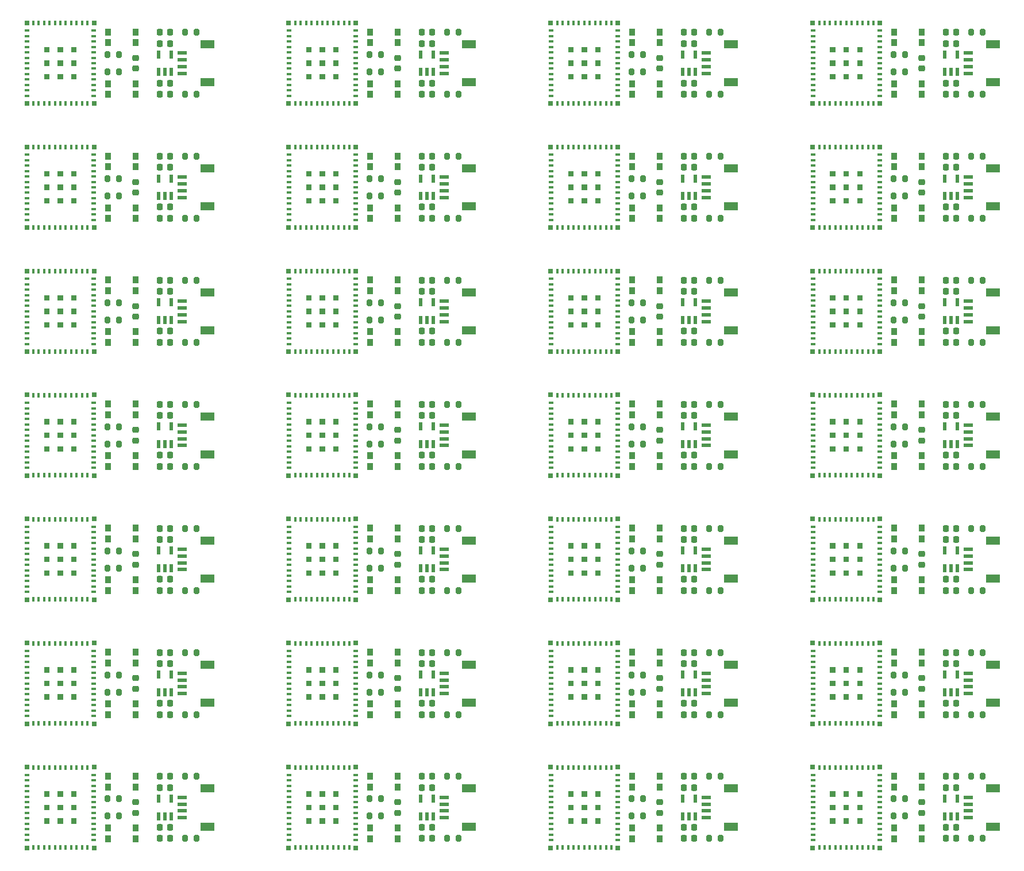
<source format=gbr>
%TF.GenerationSoftware,KiCad,Pcbnew,7.0.6*%
%TF.CreationDate,2023-08-17T21:31:52-06:00*%
%TF.ProjectId,SparkFun_Pro_Mini-ESP32_panelized,53706172-6b46-4756-9e5f-50726f5f4d69,rev?*%
%TF.SameCoordinates,Original*%
%TF.FileFunction,Paste,Top*%
%TF.FilePolarity,Positive*%
%FSLAX46Y46*%
G04 Gerber Fmt 4.6, Leading zero omitted, Abs format (unit mm)*
G04 Created by KiCad (PCBNEW 7.0.6) date 2023-08-17 21:31:52*
%MOMM*%
%LPD*%
G01*
G04 APERTURE LIST*
G04 Aperture macros list*
%AMRoundRect*
0 Rectangle with rounded corners*
0 $1 Rounding radius*
0 $2 $3 $4 $5 $6 $7 $8 $9 X,Y pos of 4 corners*
0 Add a 4 corners polygon primitive as box body*
4,1,4,$2,$3,$4,$5,$6,$7,$8,$9,$2,$3,0*
0 Add four circle primitives for the rounded corners*
1,1,$1+$1,$2,$3*
1,1,$1+$1,$4,$5*
1,1,$1+$1,$6,$7*
1,1,$1+$1,$8,$9*
0 Add four rect primitives between the rounded corners*
20,1,$1+$1,$2,$3,$4,$5,0*
20,1,$1+$1,$4,$5,$6,$7,0*
20,1,$1+$1,$6,$7,$8,$9,0*
20,1,$1+$1,$8,$9,$2,$3,0*%
G04 Aperture macros list end*
%ADD10R,0.400000X0.800000*%
%ADD11R,0.800000X0.400000*%
%ADD12R,0.700000X0.700000*%
%ADD13RoundRect,0.225000X-0.225000X-0.250000X0.225000X-0.250000X0.225000X0.250000X-0.225000X0.250000X0*%
%ADD14RoundRect,0.200000X0.200000X0.275000X-0.200000X0.275000X-0.200000X-0.275000X0.200000X-0.275000X0*%
%ADD15RoundRect,0.218750X0.256250X-0.218750X0.256250X0.218750X-0.256250X0.218750X-0.256250X-0.218750X0*%
%ADD16R,0.550000X1.200000*%
%ADD17RoundRect,0.225000X0.225000X0.250000X-0.225000X0.250000X-0.225000X-0.250000X0.225000X-0.250000X0*%
%ADD18R,0.900000X1.000000*%
%ADD19R,1.350000X0.600000*%
%ADD20R,2.000000X1.200000*%
G04 APERTURE END LIST*
%TO.C,U1*%
G36*
X134110000Y-125590000D02*
G01*
X133310000Y-125590000D01*
X133310000Y-124790000D01*
X134110000Y-124790000D01*
X134110000Y-125590000D01*
G37*
G36*
X136110000Y-125590000D02*
G01*
X135310000Y-125590000D01*
X135310000Y-124790000D01*
X136110000Y-124790000D01*
X136110000Y-125590000D01*
G37*
G36*
X138110000Y-125590000D02*
G01*
X137310000Y-125590000D01*
X137310000Y-124790000D01*
X138110000Y-124790000D01*
X138110000Y-125590000D01*
G37*
G36*
X134110000Y-123590000D02*
G01*
X133310000Y-123590000D01*
X133310000Y-122790000D01*
X134110000Y-122790000D01*
X134110000Y-123590000D01*
G37*
G36*
X136110000Y-123590000D02*
G01*
X135310000Y-123590000D01*
X135310000Y-122790000D01*
X136110000Y-122790000D01*
X136110000Y-123590000D01*
G37*
G36*
X138110000Y-123590000D02*
G01*
X137310000Y-123590000D01*
X137310000Y-122790000D01*
X138110000Y-122790000D01*
X138110000Y-123590000D01*
G37*
G36*
X134110000Y-121590000D02*
G01*
X133310000Y-121590000D01*
X133310000Y-120790000D01*
X134110000Y-120790000D01*
X134110000Y-121590000D01*
G37*
G36*
X136110000Y-121590000D02*
G01*
X135310000Y-121590000D01*
X135310000Y-120790000D01*
X136110000Y-120790000D01*
X136110000Y-121590000D01*
G37*
G36*
X138110000Y-121590000D02*
G01*
X137310000Y-121590000D01*
X137310000Y-120790000D01*
X138110000Y-120790000D01*
X138110000Y-121590000D01*
G37*
G36*
X134110000Y-34190000D02*
G01*
X133310000Y-34190000D01*
X133310000Y-33390000D01*
X134110000Y-33390000D01*
X134110000Y-34190000D01*
G37*
G36*
X136110000Y-34190000D02*
G01*
X135310000Y-34190000D01*
X135310000Y-33390000D01*
X136110000Y-33390000D01*
X136110000Y-34190000D01*
G37*
G36*
X138110000Y-34190000D02*
G01*
X137310000Y-34190000D01*
X137310000Y-33390000D01*
X138110000Y-33390000D01*
X138110000Y-34190000D01*
G37*
G36*
X134110000Y-32190000D02*
G01*
X133310000Y-32190000D01*
X133310000Y-31390000D01*
X134110000Y-31390000D01*
X134110000Y-32190000D01*
G37*
G36*
X136110000Y-32190000D02*
G01*
X135310000Y-32190000D01*
X135310000Y-31390000D01*
X136110000Y-31390000D01*
X136110000Y-32190000D01*
G37*
G36*
X138110000Y-32190000D02*
G01*
X137310000Y-32190000D01*
X137310000Y-31390000D01*
X138110000Y-31390000D01*
X138110000Y-32190000D01*
G37*
G36*
X134110000Y-30190000D02*
G01*
X133310000Y-30190000D01*
X133310000Y-29390000D01*
X134110000Y-29390000D01*
X134110000Y-30190000D01*
G37*
G36*
X136110000Y-30190000D02*
G01*
X135310000Y-30190000D01*
X135310000Y-29390000D01*
X136110000Y-29390000D01*
X136110000Y-30190000D01*
G37*
G36*
X138110000Y-30190000D02*
G01*
X137310000Y-30190000D01*
X137310000Y-29390000D01*
X138110000Y-29390000D01*
X138110000Y-30190000D01*
G37*
G36*
X172710000Y-125590000D02*
G01*
X171910000Y-125590000D01*
X171910000Y-124790000D01*
X172710000Y-124790000D01*
X172710000Y-125590000D01*
G37*
G36*
X174710000Y-125590000D02*
G01*
X173910000Y-125590000D01*
X173910000Y-124790000D01*
X174710000Y-124790000D01*
X174710000Y-125590000D01*
G37*
G36*
X176710000Y-125590000D02*
G01*
X175910000Y-125590000D01*
X175910000Y-124790000D01*
X176710000Y-124790000D01*
X176710000Y-125590000D01*
G37*
G36*
X172710000Y-123590000D02*
G01*
X171910000Y-123590000D01*
X171910000Y-122790000D01*
X172710000Y-122790000D01*
X172710000Y-123590000D01*
G37*
G36*
X174710000Y-123590000D02*
G01*
X173910000Y-123590000D01*
X173910000Y-122790000D01*
X174710000Y-122790000D01*
X174710000Y-123590000D01*
G37*
G36*
X176710000Y-123590000D02*
G01*
X175910000Y-123590000D01*
X175910000Y-122790000D01*
X176710000Y-122790000D01*
X176710000Y-123590000D01*
G37*
G36*
X172710000Y-121590000D02*
G01*
X171910000Y-121590000D01*
X171910000Y-120790000D01*
X172710000Y-120790000D01*
X172710000Y-121590000D01*
G37*
G36*
X174710000Y-121590000D02*
G01*
X173910000Y-121590000D01*
X173910000Y-120790000D01*
X174710000Y-120790000D01*
X174710000Y-121590000D01*
G37*
G36*
X176710000Y-121590000D02*
G01*
X175910000Y-121590000D01*
X175910000Y-120790000D01*
X176710000Y-120790000D01*
X176710000Y-121590000D01*
G37*
G36*
X134110000Y-107310000D02*
G01*
X133310000Y-107310000D01*
X133310000Y-106510000D01*
X134110000Y-106510000D01*
X134110000Y-107310000D01*
G37*
G36*
X136110000Y-107310000D02*
G01*
X135310000Y-107310000D01*
X135310000Y-106510000D01*
X136110000Y-106510000D01*
X136110000Y-107310000D01*
G37*
G36*
X138110000Y-107310000D02*
G01*
X137310000Y-107310000D01*
X137310000Y-106510000D01*
X138110000Y-106510000D01*
X138110000Y-107310000D01*
G37*
G36*
X134110000Y-105310000D02*
G01*
X133310000Y-105310000D01*
X133310000Y-104510000D01*
X134110000Y-104510000D01*
X134110000Y-105310000D01*
G37*
G36*
X136110000Y-105310000D02*
G01*
X135310000Y-105310000D01*
X135310000Y-104510000D01*
X136110000Y-104510000D01*
X136110000Y-105310000D01*
G37*
G36*
X138110000Y-105310000D02*
G01*
X137310000Y-105310000D01*
X137310000Y-104510000D01*
X138110000Y-104510000D01*
X138110000Y-105310000D01*
G37*
G36*
X134110000Y-103310000D02*
G01*
X133310000Y-103310000D01*
X133310000Y-102510000D01*
X134110000Y-102510000D01*
X134110000Y-103310000D01*
G37*
G36*
X136110000Y-103310000D02*
G01*
X135310000Y-103310000D01*
X135310000Y-102510000D01*
X136110000Y-102510000D01*
X136110000Y-103310000D01*
G37*
G36*
X138110000Y-103310000D02*
G01*
X137310000Y-103310000D01*
X137310000Y-102510000D01*
X138110000Y-102510000D01*
X138110000Y-103310000D01*
G37*
G36*
X134110000Y-89030000D02*
G01*
X133310000Y-89030000D01*
X133310000Y-88230000D01*
X134110000Y-88230000D01*
X134110000Y-89030000D01*
G37*
G36*
X136110000Y-89030000D02*
G01*
X135310000Y-89030000D01*
X135310000Y-88230000D01*
X136110000Y-88230000D01*
X136110000Y-89030000D01*
G37*
G36*
X138110000Y-89030000D02*
G01*
X137310000Y-89030000D01*
X137310000Y-88230000D01*
X138110000Y-88230000D01*
X138110000Y-89030000D01*
G37*
G36*
X134110000Y-87030000D02*
G01*
X133310000Y-87030000D01*
X133310000Y-86230000D01*
X134110000Y-86230000D01*
X134110000Y-87030000D01*
G37*
G36*
X136110000Y-87030000D02*
G01*
X135310000Y-87030000D01*
X135310000Y-86230000D01*
X136110000Y-86230000D01*
X136110000Y-87030000D01*
G37*
G36*
X138110000Y-87030000D02*
G01*
X137310000Y-87030000D01*
X137310000Y-86230000D01*
X138110000Y-86230000D01*
X138110000Y-87030000D01*
G37*
G36*
X134110000Y-85030000D02*
G01*
X133310000Y-85030000D01*
X133310000Y-84230000D01*
X134110000Y-84230000D01*
X134110000Y-85030000D01*
G37*
G36*
X136110000Y-85030000D02*
G01*
X135310000Y-85030000D01*
X135310000Y-84230000D01*
X136110000Y-84230000D01*
X136110000Y-85030000D01*
G37*
G36*
X138110000Y-85030000D02*
G01*
X137310000Y-85030000D01*
X137310000Y-84230000D01*
X138110000Y-84230000D01*
X138110000Y-85030000D01*
G37*
G36*
X134110000Y-70750000D02*
G01*
X133310000Y-70750000D01*
X133310000Y-69950000D01*
X134110000Y-69950000D01*
X134110000Y-70750000D01*
G37*
G36*
X136110000Y-70750000D02*
G01*
X135310000Y-70750000D01*
X135310000Y-69950000D01*
X136110000Y-69950000D01*
X136110000Y-70750000D01*
G37*
G36*
X138110000Y-70750000D02*
G01*
X137310000Y-70750000D01*
X137310000Y-69950000D01*
X138110000Y-69950000D01*
X138110000Y-70750000D01*
G37*
G36*
X134110000Y-68750000D02*
G01*
X133310000Y-68750000D01*
X133310000Y-67950000D01*
X134110000Y-67950000D01*
X134110000Y-68750000D01*
G37*
G36*
X136110000Y-68750000D02*
G01*
X135310000Y-68750000D01*
X135310000Y-67950000D01*
X136110000Y-67950000D01*
X136110000Y-68750000D01*
G37*
G36*
X138110000Y-68750000D02*
G01*
X137310000Y-68750000D01*
X137310000Y-67950000D01*
X138110000Y-67950000D01*
X138110000Y-68750000D01*
G37*
G36*
X134110000Y-66750000D02*
G01*
X133310000Y-66750000D01*
X133310000Y-65950000D01*
X134110000Y-65950000D01*
X134110000Y-66750000D01*
G37*
G36*
X136110000Y-66750000D02*
G01*
X135310000Y-66750000D01*
X135310000Y-65950000D01*
X136110000Y-65950000D01*
X136110000Y-66750000D01*
G37*
G36*
X138110000Y-66750000D02*
G01*
X137310000Y-66750000D01*
X137310000Y-65950000D01*
X138110000Y-65950000D01*
X138110000Y-66750000D01*
G37*
G36*
X134110000Y-52470000D02*
G01*
X133310000Y-52470000D01*
X133310000Y-51670000D01*
X134110000Y-51670000D01*
X134110000Y-52470000D01*
G37*
G36*
X136110000Y-52470000D02*
G01*
X135310000Y-52470000D01*
X135310000Y-51670000D01*
X136110000Y-51670000D01*
X136110000Y-52470000D01*
G37*
G36*
X138110000Y-52470000D02*
G01*
X137310000Y-52470000D01*
X137310000Y-51670000D01*
X138110000Y-51670000D01*
X138110000Y-52470000D01*
G37*
G36*
X134110000Y-50470000D02*
G01*
X133310000Y-50470000D01*
X133310000Y-49670000D01*
X134110000Y-49670000D01*
X134110000Y-50470000D01*
G37*
G36*
X136110000Y-50470000D02*
G01*
X135310000Y-50470000D01*
X135310000Y-49670000D01*
X136110000Y-49670000D01*
X136110000Y-50470000D01*
G37*
G36*
X138110000Y-50470000D02*
G01*
X137310000Y-50470000D01*
X137310000Y-49670000D01*
X138110000Y-49670000D01*
X138110000Y-50470000D01*
G37*
G36*
X134110000Y-48470000D02*
G01*
X133310000Y-48470000D01*
X133310000Y-47670000D01*
X134110000Y-47670000D01*
X134110000Y-48470000D01*
G37*
G36*
X136110000Y-48470000D02*
G01*
X135310000Y-48470000D01*
X135310000Y-47670000D01*
X136110000Y-47670000D01*
X136110000Y-48470000D01*
G37*
G36*
X138110000Y-48470000D02*
G01*
X137310000Y-48470000D01*
X137310000Y-47670000D01*
X138110000Y-47670000D01*
X138110000Y-48470000D01*
G37*
G36*
X134110000Y-15910000D02*
G01*
X133310000Y-15910000D01*
X133310000Y-15110000D01*
X134110000Y-15110000D01*
X134110000Y-15910000D01*
G37*
G36*
X136110000Y-15910000D02*
G01*
X135310000Y-15910000D01*
X135310000Y-15110000D01*
X136110000Y-15110000D01*
X136110000Y-15910000D01*
G37*
G36*
X138110000Y-15910000D02*
G01*
X137310000Y-15910000D01*
X137310000Y-15110000D01*
X138110000Y-15110000D01*
X138110000Y-15910000D01*
G37*
G36*
X134110000Y-13910000D02*
G01*
X133310000Y-13910000D01*
X133310000Y-13110000D01*
X134110000Y-13110000D01*
X134110000Y-13910000D01*
G37*
G36*
X136110000Y-13910000D02*
G01*
X135310000Y-13910000D01*
X135310000Y-13110000D01*
X136110000Y-13110000D01*
X136110000Y-13910000D01*
G37*
G36*
X138110000Y-13910000D02*
G01*
X137310000Y-13910000D01*
X137310000Y-13110000D01*
X138110000Y-13110000D01*
X138110000Y-13910000D01*
G37*
G36*
X134110000Y-11910000D02*
G01*
X133310000Y-11910000D01*
X133310000Y-11110000D01*
X134110000Y-11110000D01*
X134110000Y-11910000D01*
G37*
G36*
X136110000Y-11910000D02*
G01*
X135310000Y-11910000D01*
X135310000Y-11110000D01*
X136110000Y-11110000D01*
X136110000Y-11910000D01*
G37*
G36*
X138110000Y-11910000D02*
G01*
X137310000Y-11910000D01*
X137310000Y-11110000D01*
X138110000Y-11110000D01*
X138110000Y-11910000D01*
G37*
G36*
X249910000Y-52470000D02*
G01*
X249110000Y-52470000D01*
X249110000Y-51670000D01*
X249910000Y-51670000D01*
X249910000Y-52470000D01*
G37*
G36*
X251910000Y-52470000D02*
G01*
X251110000Y-52470000D01*
X251110000Y-51670000D01*
X251910000Y-51670000D01*
X251910000Y-52470000D01*
G37*
G36*
X253910000Y-52470000D02*
G01*
X253110000Y-52470000D01*
X253110000Y-51670000D01*
X253910000Y-51670000D01*
X253910000Y-52470000D01*
G37*
G36*
X249910000Y-50470000D02*
G01*
X249110000Y-50470000D01*
X249110000Y-49670000D01*
X249910000Y-49670000D01*
X249910000Y-50470000D01*
G37*
G36*
X251910000Y-50470000D02*
G01*
X251110000Y-50470000D01*
X251110000Y-49670000D01*
X251910000Y-49670000D01*
X251910000Y-50470000D01*
G37*
G36*
X253910000Y-50470000D02*
G01*
X253110000Y-50470000D01*
X253110000Y-49670000D01*
X253910000Y-49670000D01*
X253910000Y-50470000D01*
G37*
G36*
X249910000Y-48470000D02*
G01*
X249110000Y-48470000D01*
X249110000Y-47670000D01*
X249910000Y-47670000D01*
X249910000Y-48470000D01*
G37*
G36*
X251910000Y-48470000D02*
G01*
X251110000Y-48470000D01*
X251110000Y-47670000D01*
X251910000Y-47670000D01*
X251910000Y-48470000D01*
G37*
G36*
X253910000Y-48470000D02*
G01*
X253110000Y-48470000D01*
X253110000Y-47670000D01*
X253910000Y-47670000D01*
X253910000Y-48470000D01*
G37*
G36*
X172710000Y-34190000D02*
G01*
X171910000Y-34190000D01*
X171910000Y-33390000D01*
X172710000Y-33390000D01*
X172710000Y-34190000D01*
G37*
G36*
X174710000Y-34190000D02*
G01*
X173910000Y-34190000D01*
X173910000Y-33390000D01*
X174710000Y-33390000D01*
X174710000Y-34190000D01*
G37*
G36*
X176710000Y-34190000D02*
G01*
X175910000Y-34190000D01*
X175910000Y-33390000D01*
X176710000Y-33390000D01*
X176710000Y-34190000D01*
G37*
G36*
X172710000Y-32190000D02*
G01*
X171910000Y-32190000D01*
X171910000Y-31390000D01*
X172710000Y-31390000D01*
X172710000Y-32190000D01*
G37*
G36*
X174710000Y-32190000D02*
G01*
X173910000Y-32190000D01*
X173910000Y-31390000D01*
X174710000Y-31390000D01*
X174710000Y-32190000D01*
G37*
G36*
X176710000Y-32190000D02*
G01*
X175910000Y-32190000D01*
X175910000Y-31390000D01*
X176710000Y-31390000D01*
X176710000Y-32190000D01*
G37*
G36*
X172710000Y-30190000D02*
G01*
X171910000Y-30190000D01*
X171910000Y-29390000D01*
X172710000Y-29390000D01*
X172710000Y-30190000D01*
G37*
G36*
X174710000Y-30190000D02*
G01*
X173910000Y-30190000D01*
X173910000Y-29390000D01*
X174710000Y-29390000D01*
X174710000Y-30190000D01*
G37*
G36*
X176710000Y-30190000D02*
G01*
X175910000Y-30190000D01*
X175910000Y-29390000D01*
X176710000Y-29390000D01*
X176710000Y-30190000D01*
G37*
G36*
X211310000Y-52470000D02*
G01*
X210510000Y-52470000D01*
X210510000Y-51670000D01*
X211310000Y-51670000D01*
X211310000Y-52470000D01*
G37*
G36*
X213310000Y-52470000D02*
G01*
X212510000Y-52470000D01*
X212510000Y-51670000D01*
X213310000Y-51670000D01*
X213310000Y-52470000D01*
G37*
G36*
X215310000Y-52470000D02*
G01*
X214510000Y-52470000D01*
X214510000Y-51670000D01*
X215310000Y-51670000D01*
X215310000Y-52470000D01*
G37*
G36*
X211310000Y-50470000D02*
G01*
X210510000Y-50470000D01*
X210510000Y-49670000D01*
X211310000Y-49670000D01*
X211310000Y-50470000D01*
G37*
G36*
X213310000Y-50470000D02*
G01*
X212510000Y-50470000D01*
X212510000Y-49670000D01*
X213310000Y-49670000D01*
X213310000Y-50470000D01*
G37*
G36*
X215310000Y-50470000D02*
G01*
X214510000Y-50470000D01*
X214510000Y-49670000D01*
X215310000Y-49670000D01*
X215310000Y-50470000D01*
G37*
G36*
X211310000Y-48470000D02*
G01*
X210510000Y-48470000D01*
X210510000Y-47670000D01*
X211310000Y-47670000D01*
X211310000Y-48470000D01*
G37*
G36*
X213310000Y-48470000D02*
G01*
X212510000Y-48470000D01*
X212510000Y-47670000D01*
X213310000Y-47670000D01*
X213310000Y-48470000D01*
G37*
G36*
X215310000Y-48470000D02*
G01*
X214510000Y-48470000D01*
X214510000Y-47670000D01*
X215310000Y-47670000D01*
X215310000Y-48470000D01*
G37*
G36*
X211310000Y-34190000D02*
G01*
X210510000Y-34190000D01*
X210510000Y-33390000D01*
X211310000Y-33390000D01*
X211310000Y-34190000D01*
G37*
G36*
X213310000Y-34190000D02*
G01*
X212510000Y-34190000D01*
X212510000Y-33390000D01*
X213310000Y-33390000D01*
X213310000Y-34190000D01*
G37*
G36*
X215310000Y-34190000D02*
G01*
X214510000Y-34190000D01*
X214510000Y-33390000D01*
X215310000Y-33390000D01*
X215310000Y-34190000D01*
G37*
G36*
X211310000Y-32190000D02*
G01*
X210510000Y-32190000D01*
X210510000Y-31390000D01*
X211310000Y-31390000D01*
X211310000Y-32190000D01*
G37*
G36*
X213310000Y-32190000D02*
G01*
X212510000Y-32190000D01*
X212510000Y-31390000D01*
X213310000Y-31390000D01*
X213310000Y-32190000D01*
G37*
G36*
X215310000Y-32190000D02*
G01*
X214510000Y-32190000D01*
X214510000Y-31390000D01*
X215310000Y-31390000D01*
X215310000Y-32190000D01*
G37*
G36*
X211310000Y-30190000D02*
G01*
X210510000Y-30190000D01*
X210510000Y-29390000D01*
X211310000Y-29390000D01*
X211310000Y-30190000D01*
G37*
G36*
X213310000Y-30190000D02*
G01*
X212510000Y-30190000D01*
X212510000Y-29390000D01*
X213310000Y-29390000D01*
X213310000Y-30190000D01*
G37*
G36*
X215310000Y-30190000D02*
G01*
X214510000Y-30190000D01*
X214510000Y-29390000D01*
X215310000Y-29390000D01*
X215310000Y-30190000D01*
G37*
G36*
X249910000Y-125590000D02*
G01*
X249110000Y-125590000D01*
X249110000Y-124790000D01*
X249910000Y-124790000D01*
X249910000Y-125590000D01*
G37*
G36*
X251910000Y-125590000D02*
G01*
X251110000Y-125590000D01*
X251110000Y-124790000D01*
X251910000Y-124790000D01*
X251910000Y-125590000D01*
G37*
G36*
X253910000Y-125590000D02*
G01*
X253110000Y-125590000D01*
X253110000Y-124790000D01*
X253910000Y-124790000D01*
X253910000Y-125590000D01*
G37*
G36*
X249910000Y-123590000D02*
G01*
X249110000Y-123590000D01*
X249110000Y-122790000D01*
X249910000Y-122790000D01*
X249910000Y-123590000D01*
G37*
G36*
X251910000Y-123590000D02*
G01*
X251110000Y-123590000D01*
X251110000Y-122790000D01*
X251910000Y-122790000D01*
X251910000Y-123590000D01*
G37*
G36*
X253910000Y-123590000D02*
G01*
X253110000Y-123590000D01*
X253110000Y-122790000D01*
X253910000Y-122790000D01*
X253910000Y-123590000D01*
G37*
G36*
X249910000Y-121590000D02*
G01*
X249110000Y-121590000D01*
X249110000Y-120790000D01*
X249910000Y-120790000D01*
X249910000Y-121590000D01*
G37*
G36*
X251910000Y-121590000D02*
G01*
X251110000Y-121590000D01*
X251110000Y-120790000D01*
X251910000Y-120790000D01*
X251910000Y-121590000D01*
G37*
G36*
X253910000Y-121590000D02*
G01*
X253110000Y-121590000D01*
X253110000Y-120790000D01*
X253910000Y-120790000D01*
X253910000Y-121590000D01*
G37*
G36*
X249910000Y-15910000D02*
G01*
X249110000Y-15910000D01*
X249110000Y-15110000D01*
X249910000Y-15110000D01*
X249910000Y-15910000D01*
G37*
G36*
X251910000Y-15910000D02*
G01*
X251110000Y-15910000D01*
X251110000Y-15110000D01*
X251910000Y-15110000D01*
X251910000Y-15910000D01*
G37*
G36*
X253910000Y-15910000D02*
G01*
X253110000Y-15910000D01*
X253110000Y-15110000D01*
X253910000Y-15110000D01*
X253910000Y-15910000D01*
G37*
G36*
X249910000Y-13910000D02*
G01*
X249110000Y-13910000D01*
X249110000Y-13110000D01*
X249910000Y-13110000D01*
X249910000Y-13910000D01*
G37*
G36*
X251910000Y-13910000D02*
G01*
X251110000Y-13910000D01*
X251110000Y-13110000D01*
X251910000Y-13110000D01*
X251910000Y-13910000D01*
G37*
G36*
X253910000Y-13910000D02*
G01*
X253110000Y-13910000D01*
X253110000Y-13110000D01*
X253910000Y-13110000D01*
X253910000Y-13910000D01*
G37*
G36*
X249910000Y-11910000D02*
G01*
X249110000Y-11910000D01*
X249110000Y-11110000D01*
X249910000Y-11110000D01*
X249910000Y-11910000D01*
G37*
G36*
X251910000Y-11910000D02*
G01*
X251110000Y-11910000D01*
X251110000Y-11110000D01*
X251910000Y-11110000D01*
X251910000Y-11910000D01*
G37*
G36*
X253910000Y-11910000D02*
G01*
X253110000Y-11910000D01*
X253110000Y-11110000D01*
X253910000Y-11110000D01*
X253910000Y-11910000D01*
G37*
G36*
X211310000Y-15910000D02*
G01*
X210510000Y-15910000D01*
X210510000Y-15110000D01*
X211310000Y-15110000D01*
X211310000Y-15910000D01*
G37*
G36*
X213310000Y-15910000D02*
G01*
X212510000Y-15910000D01*
X212510000Y-15110000D01*
X213310000Y-15110000D01*
X213310000Y-15910000D01*
G37*
G36*
X215310000Y-15910000D02*
G01*
X214510000Y-15910000D01*
X214510000Y-15110000D01*
X215310000Y-15110000D01*
X215310000Y-15910000D01*
G37*
G36*
X211310000Y-13910000D02*
G01*
X210510000Y-13910000D01*
X210510000Y-13110000D01*
X211310000Y-13110000D01*
X211310000Y-13910000D01*
G37*
G36*
X213310000Y-13910000D02*
G01*
X212510000Y-13910000D01*
X212510000Y-13110000D01*
X213310000Y-13110000D01*
X213310000Y-13910000D01*
G37*
G36*
X215310000Y-13910000D02*
G01*
X214510000Y-13910000D01*
X214510000Y-13110000D01*
X215310000Y-13110000D01*
X215310000Y-13910000D01*
G37*
G36*
X211310000Y-11910000D02*
G01*
X210510000Y-11910000D01*
X210510000Y-11110000D01*
X211310000Y-11110000D01*
X211310000Y-11910000D01*
G37*
G36*
X213310000Y-11910000D02*
G01*
X212510000Y-11910000D01*
X212510000Y-11110000D01*
X213310000Y-11110000D01*
X213310000Y-11910000D01*
G37*
G36*
X215310000Y-11910000D02*
G01*
X214510000Y-11910000D01*
X214510000Y-11110000D01*
X215310000Y-11110000D01*
X215310000Y-11910000D01*
G37*
G36*
X211310000Y-125590000D02*
G01*
X210510000Y-125590000D01*
X210510000Y-124790000D01*
X211310000Y-124790000D01*
X211310000Y-125590000D01*
G37*
G36*
X213310000Y-125590000D02*
G01*
X212510000Y-125590000D01*
X212510000Y-124790000D01*
X213310000Y-124790000D01*
X213310000Y-125590000D01*
G37*
G36*
X215310000Y-125590000D02*
G01*
X214510000Y-125590000D01*
X214510000Y-124790000D01*
X215310000Y-124790000D01*
X215310000Y-125590000D01*
G37*
G36*
X211310000Y-123590000D02*
G01*
X210510000Y-123590000D01*
X210510000Y-122790000D01*
X211310000Y-122790000D01*
X211310000Y-123590000D01*
G37*
G36*
X213310000Y-123590000D02*
G01*
X212510000Y-123590000D01*
X212510000Y-122790000D01*
X213310000Y-122790000D01*
X213310000Y-123590000D01*
G37*
G36*
X215310000Y-123590000D02*
G01*
X214510000Y-123590000D01*
X214510000Y-122790000D01*
X215310000Y-122790000D01*
X215310000Y-123590000D01*
G37*
G36*
X211310000Y-121590000D02*
G01*
X210510000Y-121590000D01*
X210510000Y-120790000D01*
X211310000Y-120790000D01*
X211310000Y-121590000D01*
G37*
G36*
X213310000Y-121590000D02*
G01*
X212510000Y-121590000D01*
X212510000Y-120790000D01*
X213310000Y-120790000D01*
X213310000Y-121590000D01*
G37*
G36*
X215310000Y-121590000D02*
G01*
X214510000Y-121590000D01*
X214510000Y-120790000D01*
X215310000Y-120790000D01*
X215310000Y-121590000D01*
G37*
G36*
X211310000Y-107310000D02*
G01*
X210510000Y-107310000D01*
X210510000Y-106510000D01*
X211310000Y-106510000D01*
X211310000Y-107310000D01*
G37*
G36*
X213310000Y-107310000D02*
G01*
X212510000Y-107310000D01*
X212510000Y-106510000D01*
X213310000Y-106510000D01*
X213310000Y-107310000D01*
G37*
G36*
X215310000Y-107310000D02*
G01*
X214510000Y-107310000D01*
X214510000Y-106510000D01*
X215310000Y-106510000D01*
X215310000Y-107310000D01*
G37*
G36*
X211310000Y-105310000D02*
G01*
X210510000Y-105310000D01*
X210510000Y-104510000D01*
X211310000Y-104510000D01*
X211310000Y-105310000D01*
G37*
G36*
X213310000Y-105310000D02*
G01*
X212510000Y-105310000D01*
X212510000Y-104510000D01*
X213310000Y-104510000D01*
X213310000Y-105310000D01*
G37*
G36*
X215310000Y-105310000D02*
G01*
X214510000Y-105310000D01*
X214510000Y-104510000D01*
X215310000Y-104510000D01*
X215310000Y-105310000D01*
G37*
G36*
X211310000Y-103310000D02*
G01*
X210510000Y-103310000D01*
X210510000Y-102510000D01*
X211310000Y-102510000D01*
X211310000Y-103310000D01*
G37*
G36*
X213310000Y-103310000D02*
G01*
X212510000Y-103310000D01*
X212510000Y-102510000D01*
X213310000Y-102510000D01*
X213310000Y-103310000D01*
G37*
G36*
X215310000Y-103310000D02*
G01*
X214510000Y-103310000D01*
X214510000Y-102510000D01*
X215310000Y-102510000D01*
X215310000Y-103310000D01*
G37*
G36*
X211310000Y-70750000D02*
G01*
X210510000Y-70750000D01*
X210510000Y-69950000D01*
X211310000Y-69950000D01*
X211310000Y-70750000D01*
G37*
G36*
X213310000Y-70750000D02*
G01*
X212510000Y-70750000D01*
X212510000Y-69950000D01*
X213310000Y-69950000D01*
X213310000Y-70750000D01*
G37*
G36*
X215310000Y-70750000D02*
G01*
X214510000Y-70750000D01*
X214510000Y-69950000D01*
X215310000Y-69950000D01*
X215310000Y-70750000D01*
G37*
G36*
X211310000Y-68750000D02*
G01*
X210510000Y-68750000D01*
X210510000Y-67950000D01*
X211310000Y-67950000D01*
X211310000Y-68750000D01*
G37*
G36*
X213310000Y-68750000D02*
G01*
X212510000Y-68750000D01*
X212510000Y-67950000D01*
X213310000Y-67950000D01*
X213310000Y-68750000D01*
G37*
G36*
X215310000Y-68750000D02*
G01*
X214510000Y-68750000D01*
X214510000Y-67950000D01*
X215310000Y-67950000D01*
X215310000Y-68750000D01*
G37*
G36*
X211310000Y-66750000D02*
G01*
X210510000Y-66750000D01*
X210510000Y-65950000D01*
X211310000Y-65950000D01*
X211310000Y-66750000D01*
G37*
G36*
X213310000Y-66750000D02*
G01*
X212510000Y-66750000D01*
X212510000Y-65950000D01*
X213310000Y-65950000D01*
X213310000Y-66750000D01*
G37*
G36*
X215310000Y-66750000D02*
G01*
X214510000Y-66750000D01*
X214510000Y-65950000D01*
X215310000Y-65950000D01*
X215310000Y-66750000D01*
G37*
G36*
X211310000Y-89030000D02*
G01*
X210510000Y-89030000D01*
X210510000Y-88230000D01*
X211310000Y-88230000D01*
X211310000Y-89030000D01*
G37*
G36*
X213310000Y-89030000D02*
G01*
X212510000Y-89030000D01*
X212510000Y-88230000D01*
X213310000Y-88230000D01*
X213310000Y-89030000D01*
G37*
G36*
X215310000Y-89030000D02*
G01*
X214510000Y-89030000D01*
X214510000Y-88230000D01*
X215310000Y-88230000D01*
X215310000Y-89030000D01*
G37*
G36*
X211310000Y-87030000D02*
G01*
X210510000Y-87030000D01*
X210510000Y-86230000D01*
X211310000Y-86230000D01*
X211310000Y-87030000D01*
G37*
G36*
X213310000Y-87030000D02*
G01*
X212510000Y-87030000D01*
X212510000Y-86230000D01*
X213310000Y-86230000D01*
X213310000Y-87030000D01*
G37*
G36*
X215310000Y-87030000D02*
G01*
X214510000Y-87030000D01*
X214510000Y-86230000D01*
X215310000Y-86230000D01*
X215310000Y-87030000D01*
G37*
G36*
X211310000Y-85030000D02*
G01*
X210510000Y-85030000D01*
X210510000Y-84230000D01*
X211310000Y-84230000D01*
X211310000Y-85030000D01*
G37*
G36*
X213310000Y-85030000D02*
G01*
X212510000Y-85030000D01*
X212510000Y-84230000D01*
X213310000Y-84230000D01*
X213310000Y-85030000D01*
G37*
G36*
X215310000Y-85030000D02*
G01*
X214510000Y-85030000D01*
X214510000Y-84230000D01*
X215310000Y-84230000D01*
X215310000Y-85030000D01*
G37*
G36*
X249910000Y-89030000D02*
G01*
X249110000Y-89030000D01*
X249110000Y-88230000D01*
X249910000Y-88230000D01*
X249910000Y-89030000D01*
G37*
G36*
X251910000Y-89030000D02*
G01*
X251110000Y-89030000D01*
X251110000Y-88230000D01*
X251910000Y-88230000D01*
X251910000Y-89030000D01*
G37*
G36*
X253910000Y-89030000D02*
G01*
X253110000Y-89030000D01*
X253110000Y-88230000D01*
X253910000Y-88230000D01*
X253910000Y-89030000D01*
G37*
G36*
X249910000Y-87030000D02*
G01*
X249110000Y-87030000D01*
X249110000Y-86230000D01*
X249910000Y-86230000D01*
X249910000Y-87030000D01*
G37*
G36*
X251910000Y-87030000D02*
G01*
X251110000Y-87030000D01*
X251110000Y-86230000D01*
X251910000Y-86230000D01*
X251910000Y-87030000D01*
G37*
G36*
X253910000Y-87030000D02*
G01*
X253110000Y-87030000D01*
X253110000Y-86230000D01*
X253910000Y-86230000D01*
X253910000Y-87030000D01*
G37*
G36*
X249910000Y-85030000D02*
G01*
X249110000Y-85030000D01*
X249110000Y-84230000D01*
X249910000Y-84230000D01*
X249910000Y-85030000D01*
G37*
G36*
X251910000Y-85030000D02*
G01*
X251110000Y-85030000D01*
X251110000Y-84230000D01*
X251910000Y-84230000D01*
X251910000Y-85030000D01*
G37*
G36*
X253910000Y-85030000D02*
G01*
X253110000Y-85030000D01*
X253110000Y-84230000D01*
X253910000Y-84230000D01*
X253910000Y-85030000D01*
G37*
G36*
X172710000Y-107310000D02*
G01*
X171910000Y-107310000D01*
X171910000Y-106510000D01*
X172710000Y-106510000D01*
X172710000Y-107310000D01*
G37*
G36*
X174710000Y-107310000D02*
G01*
X173910000Y-107310000D01*
X173910000Y-106510000D01*
X174710000Y-106510000D01*
X174710000Y-107310000D01*
G37*
G36*
X176710000Y-107310000D02*
G01*
X175910000Y-107310000D01*
X175910000Y-106510000D01*
X176710000Y-106510000D01*
X176710000Y-107310000D01*
G37*
G36*
X172710000Y-105310000D02*
G01*
X171910000Y-105310000D01*
X171910000Y-104510000D01*
X172710000Y-104510000D01*
X172710000Y-105310000D01*
G37*
G36*
X174710000Y-105310000D02*
G01*
X173910000Y-105310000D01*
X173910000Y-104510000D01*
X174710000Y-104510000D01*
X174710000Y-105310000D01*
G37*
G36*
X176710000Y-105310000D02*
G01*
X175910000Y-105310000D01*
X175910000Y-104510000D01*
X176710000Y-104510000D01*
X176710000Y-105310000D01*
G37*
G36*
X172710000Y-103310000D02*
G01*
X171910000Y-103310000D01*
X171910000Y-102510000D01*
X172710000Y-102510000D01*
X172710000Y-103310000D01*
G37*
G36*
X174710000Y-103310000D02*
G01*
X173910000Y-103310000D01*
X173910000Y-102510000D01*
X174710000Y-102510000D01*
X174710000Y-103310000D01*
G37*
G36*
X176710000Y-103310000D02*
G01*
X175910000Y-103310000D01*
X175910000Y-102510000D01*
X176710000Y-102510000D01*
X176710000Y-103310000D01*
G37*
G36*
X172710000Y-70750000D02*
G01*
X171910000Y-70750000D01*
X171910000Y-69950000D01*
X172710000Y-69950000D01*
X172710000Y-70750000D01*
G37*
G36*
X174710000Y-70750000D02*
G01*
X173910000Y-70750000D01*
X173910000Y-69950000D01*
X174710000Y-69950000D01*
X174710000Y-70750000D01*
G37*
G36*
X176710000Y-70750000D02*
G01*
X175910000Y-70750000D01*
X175910000Y-69950000D01*
X176710000Y-69950000D01*
X176710000Y-70750000D01*
G37*
G36*
X172710000Y-68750000D02*
G01*
X171910000Y-68750000D01*
X171910000Y-67950000D01*
X172710000Y-67950000D01*
X172710000Y-68750000D01*
G37*
G36*
X174710000Y-68750000D02*
G01*
X173910000Y-68750000D01*
X173910000Y-67950000D01*
X174710000Y-67950000D01*
X174710000Y-68750000D01*
G37*
G36*
X176710000Y-68750000D02*
G01*
X175910000Y-68750000D01*
X175910000Y-67950000D01*
X176710000Y-67950000D01*
X176710000Y-68750000D01*
G37*
G36*
X172710000Y-66750000D02*
G01*
X171910000Y-66750000D01*
X171910000Y-65950000D01*
X172710000Y-65950000D01*
X172710000Y-66750000D01*
G37*
G36*
X174710000Y-66750000D02*
G01*
X173910000Y-66750000D01*
X173910000Y-65950000D01*
X174710000Y-65950000D01*
X174710000Y-66750000D01*
G37*
G36*
X176710000Y-66750000D02*
G01*
X175910000Y-66750000D01*
X175910000Y-65950000D01*
X176710000Y-65950000D01*
X176710000Y-66750000D01*
G37*
G36*
X172710000Y-52470000D02*
G01*
X171910000Y-52470000D01*
X171910000Y-51670000D01*
X172710000Y-51670000D01*
X172710000Y-52470000D01*
G37*
G36*
X174710000Y-52470000D02*
G01*
X173910000Y-52470000D01*
X173910000Y-51670000D01*
X174710000Y-51670000D01*
X174710000Y-52470000D01*
G37*
G36*
X176710000Y-52470000D02*
G01*
X175910000Y-52470000D01*
X175910000Y-51670000D01*
X176710000Y-51670000D01*
X176710000Y-52470000D01*
G37*
G36*
X172710000Y-50470000D02*
G01*
X171910000Y-50470000D01*
X171910000Y-49670000D01*
X172710000Y-49670000D01*
X172710000Y-50470000D01*
G37*
G36*
X174710000Y-50470000D02*
G01*
X173910000Y-50470000D01*
X173910000Y-49670000D01*
X174710000Y-49670000D01*
X174710000Y-50470000D01*
G37*
G36*
X176710000Y-50470000D02*
G01*
X175910000Y-50470000D01*
X175910000Y-49670000D01*
X176710000Y-49670000D01*
X176710000Y-50470000D01*
G37*
G36*
X172710000Y-48470000D02*
G01*
X171910000Y-48470000D01*
X171910000Y-47670000D01*
X172710000Y-47670000D01*
X172710000Y-48470000D01*
G37*
G36*
X174710000Y-48470000D02*
G01*
X173910000Y-48470000D01*
X173910000Y-47670000D01*
X174710000Y-47670000D01*
X174710000Y-48470000D01*
G37*
G36*
X176710000Y-48470000D02*
G01*
X175910000Y-48470000D01*
X175910000Y-47670000D01*
X176710000Y-47670000D01*
X176710000Y-48470000D01*
G37*
G36*
X172710000Y-15910000D02*
G01*
X171910000Y-15910000D01*
X171910000Y-15110000D01*
X172710000Y-15110000D01*
X172710000Y-15910000D01*
G37*
G36*
X174710000Y-15910000D02*
G01*
X173910000Y-15910000D01*
X173910000Y-15110000D01*
X174710000Y-15110000D01*
X174710000Y-15910000D01*
G37*
G36*
X176710000Y-15910000D02*
G01*
X175910000Y-15910000D01*
X175910000Y-15110000D01*
X176710000Y-15110000D01*
X176710000Y-15910000D01*
G37*
G36*
X172710000Y-13910000D02*
G01*
X171910000Y-13910000D01*
X171910000Y-13110000D01*
X172710000Y-13110000D01*
X172710000Y-13910000D01*
G37*
G36*
X174710000Y-13910000D02*
G01*
X173910000Y-13910000D01*
X173910000Y-13110000D01*
X174710000Y-13110000D01*
X174710000Y-13910000D01*
G37*
G36*
X176710000Y-13910000D02*
G01*
X175910000Y-13910000D01*
X175910000Y-13110000D01*
X176710000Y-13110000D01*
X176710000Y-13910000D01*
G37*
G36*
X172710000Y-11910000D02*
G01*
X171910000Y-11910000D01*
X171910000Y-11110000D01*
X172710000Y-11110000D01*
X172710000Y-11910000D01*
G37*
G36*
X174710000Y-11910000D02*
G01*
X173910000Y-11910000D01*
X173910000Y-11110000D01*
X174710000Y-11110000D01*
X174710000Y-11910000D01*
G37*
G36*
X176710000Y-11910000D02*
G01*
X175910000Y-11910000D01*
X175910000Y-11110000D01*
X176710000Y-11110000D01*
X176710000Y-11910000D01*
G37*
G36*
X172710000Y-89030000D02*
G01*
X171910000Y-89030000D01*
X171910000Y-88230000D01*
X172710000Y-88230000D01*
X172710000Y-89030000D01*
G37*
G36*
X174710000Y-89030000D02*
G01*
X173910000Y-89030000D01*
X173910000Y-88230000D01*
X174710000Y-88230000D01*
X174710000Y-89030000D01*
G37*
G36*
X176710000Y-89030000D02*
G01*
X175910000Y-89030000D01*
X175910000Y-88230000D01*
X176710000Y-88230000D01*
X176710000Y-89030000D01*
G37*
G36*
X172710000Y-87030000D02*
G01*
X171910000Y-87030000D01*
X171910000Y-86230000D01*
X172710000Y-86230000D01*
X172710000Y-87030000D01*
G37*
G36*
X174710000Y-87030000D02*
G01*
X173910000Y-87030000D01*
X173910000Y-86230000D01*
X174710000Y-86230000D01*
X174710000Y-87030000D01*
G37*
G36*
X176710000Y-87030000D02*
G01*
X175910000Y-87030000D01*
X175910000Y-86230000D01*
X176710000Y-86230000D01*
X176710000Y-87030000D01*
G37*
G36*
X172710000Y-85030000D02*
G01*
X171910000Y-85030000D01*
X171910000Y-84230000D01*
X172710000Y-84230000D01*
X172710000Y-85030000D01*
G37*
G36*
X174710000Y-85030000D02*
G01*
X173910000Y-85030000D01*
X173910000Y-84230000D01*
X174710000Y-84230000D01*
X174710000Y-85030000D01*
G37*
G36*
X176710000Y-85030000D02*
G01*
X175910000Y-85030000D01*
X175910000Y-84230000D01*
X176710000Y-84230000D01*
X176710000Y-85030000D01*
G37*
G36*
X249910000Y-70750000D02*
G01*
X249110000Y-70750000D01*
X249110000Y-69950000D01*
X249910000Y-69950000D01*
X249910000Y-70750000D01*
G37*
G36*
X251910000Y-70750000D02*
G01*
X251110000Y-70750000D01*
X251110000Y-69950000D01*
X251910000Y-69950000D01*
X251910000Y-70750000D01*
G37*
G36*
X253910000Y-70750000D02*
G01*
X253110000Y-70750000D01*
X253110000Y-69950000D01*
X253910000Y-69950000D01*
X253910000Y-70750000D01*
G37*
G36*
X249910000Y-68750000D02*
G01*
X249110000Y-68750000D01*
X249110000Y-67950000D01*
X249910000Y-67950000D01*
X249910000Y-68750000D01*
G37*
G36*
X251910000Y-68750000D02*
G01*
X251110000Y-68750000D01*
X251110000Y-67950000D01*
X251910000Y-67950000D01*
X251910000Y-68750000D01*
G37*
G36*
X253910000Y-68750000D02*
G01*
X253110000Y-68750000D01*
X253110000Y-67950000D01*
X253910000Y-67950000D01*
X253910000Y-68750000D01*
G37*
G36*
X249910000Y-66750000D02*
G01*
X249110000Y-66750000D01*
X249110000Y-65950000D01*
X249910000Y-65950000D01*
X249910000Y-66750000D01*
G37*
G36*
X251910000Y-66750000D02*
G01*
X251110000Y-66750000D01*
X251110000Y-65950000D01*
X251910000Y-65950000D01*
X251910000Y-66750000D01*
G37*
G36*
X253910000Y-66750000D02*
G01*
X253110000Y-66750000D01*
X253110000Y-65950000D01*
X253910000Y-65950000D01*
X253910000Y-66750000D01*
G37*
G36*
X249910000Y-34190000D02*
G01*
X249110000Y-34190000D01*
X249110000Y-33390000D01*
X249910000Y-33390000D01*
X249910000Y-34190000D01*
G37*
G36*
X251910000Y-34190000D02*
G01*
X251110000Y-34190000D01*
X251110000Y-33390000D01*
X251910000Y-33390000D01*
X251910000Y-34190000D01*
G37*
G36*
X253910000Y-34190000D02*
G01*
X253110000Y-34190000D01*
X253110000Y-33390000D01*
X253910000Y-33390000D01*
X253910000Y-34190000D01*
G37*
G36*
X249910000Y-32190000D02*
G01*
X249110000Y-32190000D01*
X249110000Y-31390000D01*
X249910000Y-31390000D01*
X249910000Y-32190000D01*
G37*
G36*
X251910000Y-32190000D02*
G01*
X251110000Y-32190000D01*
X251110000Y-31390000D01*
X251910000Y-31390000D01*
X251910000Y-32190000D01*
G37*
G36*
X253910000Y-32190000D02*
G01*
X253110000Y-32190000D01*
X253110000Y-31390000D01*
X253910000Y-31390000D01*
X253910000Y-32190000D01*
G37*
G36*
X249910000Y-30190000D02*
G01*
X249110000Y-30190000D01*
X249110000Y-29390000D01*
X249910000Y-29390000D01*
X249910000Y-30190000D01*
G37*
G36*
X251910000Y-30190000D02*
G01*
X251110000Y-30190000D01*
X251110000Y-29390000D01*
X251910000Y-29390000D01*
X251910000Y-30190000D01*
G37*
G36*
X253910000Y-30190000D02*
G01*
X253110000Y-30190000D01*
X253110000Y-29390000D01*
X253910000Y-29390000D01*
X253910000Y-30190000D01*
G37*
G36*
X249910000Y-107310000D02*
G01*
X249110000Y-107310000D01*
X249110000Y-106510000D01*
X249910000Y-106510000D01*
X249910000Y-107310000D01*
G37*
G36*
X251910000Y-107310000D02*
G01*
X251110000Y-107310000D01*
X251110000Y-106510000D01*
X251910000Y-106510000D01*
X251910000Y-107310000D01*
G37*
G36*
X253910000Y-107310000D02*
G01*
X253110000Y-107310000D01*
X253110000Y-106510000D01*
X253910000Y-106510000D01*
X253910000Y-107310000D01*
G37*
G36*
X249910000Y-105310000D02*
G01*
X249110000Y-105310000D01*
X249110000Y-104510000D01*
X249910000Y-104510000D01*
X249910000Y-105310000D01*
G37*
G36*
X251910000Y-105310000D02*
G01*
X251110000Y-105310000D01*
X251110000Y-104510000D01*
X251910000Y-104510000D01*
X251910000Y-105310000D01*
G37*
G36*
X253910000Y-105310000D02*
G01*
X253110000Y-105310000D01*
X253110000Y-104510000D01*
X253910000Y-104510000D01*
X253910000Y-105310000D01*
G37*
G36*
X249910000Y-103310000D02*
G01*
X249110000Y-103310000D01*
X249110000Y-102510000D01*
X249910000Y-102510000D01*
X249910000Y-103310000D01*
G37*
G36*
X251910000Y-103310000D02*
G01*
X251110000Y-103310000D01*
X251110000Y-102510000D01*
X251910000Y-102510000D01*
X251910000Y-103310000D01*
G37*
G36*
X253910000Y-103310000D02*
G01*
X253110000Y-103310000D01*
X253110000Y-102510000D01*
X253910000Y-102510000D01*
X253910000Y-103310000D01*
G37*
%TD*%
D10*
%TO.C,U1*%
X131710000Y-129090000D03*
X132510000Y-129090000D03*
X133310000Y-129090000D03*
X134110000Y-129090000D03*
X134910000Y-129090000D03*
X135710000Y-129090000D03*
X136510000Y-129090000D03*
X137310000Y-129090000D03*
X138110000Y-129090000D03*
X138910000Y-129090000D03*
X139710000Y-129090000D03*
D11*
X140610000Y-127990000D03*
X140610000Y-127190000D03*
X140610000Y-126390000D03*
X140610000Y-125590000D03*
X140610000Y-124790000D03*
X140610000Y-123990000D03*
X140610000Y-123190000D03*
X140610000Y-122390000D03*
X140610000Y-121590000D03*
X140610000Y-120790000D03*
X140610000Y-119990000D03*
X140610000Y-119190000D03*
X140610000Y-118390000D03*
D10*
X139710000Y-117290000D03*
X138910000Y-117290000D03*
X138110000Y-117290000D03*
X137310000Y-117290000D03*
X136510000Y-117290000D03*
X135710000Y-117290000D03*
X134910000Y-117290000D03*
X134110000Y-117290000D03*
X133310000Y-117290000D03*
X132510000Y-117290000D03*
X131710000Y-117290000D03*
D11*
X130810000Y-118390000D03*
X130810000Y-119190000D03*
X130810000Y-119990000D03*
X130810000Y-120790000D03*
X130810000Y-121590000D03*
X130810000Y-122390000D03*
X130810000Y-123190000D03*
X130810000Y-123990000D03*
X130810000Y-124790000D03*
X130810000Y-125590000D03*
X130810000Y-126390000D03*
X130810000Y-127190000D03*
X130810000Y-127990000D03*
D12*
X130760000Y-117240000D03*
X140660000Y-117240000D03*
X140660000Y-129140000D03*
X130760000Y-129140000D03*
%TD*%
D10*
%TO.C,U1*%
X131710000Y-37690000D03*
X132510000Y-37690000D03*
X133310000Y-37690000D03*
X134110000Y-37690000D03*
X134910000Y-37690000D03*
X135710000Y-37690000D03*
X136510000Y-37690000D03*
X137310000Y-37690000D03*
X138110000Y-37690000D03*
X138910000Y-37690000D03*
X139710000Y-37690000D03*
D11*
X140610000Y-36590000D03*
X140610000Y-35790000D03*
X140610000Y-34990000D03*
X140610000Y-34190000D03*
X140610000Y-33390000D03*
X140610000Y-32590000D03*
X140610000Y-31790000D03*
X140610000Y-30990000D03*
X140610000Y-30190000D03*
X140610000Y-29390000D03*
X140610000Y-28590000D03*
X140610000Y-27790000D03*
X140610000Y-26990000D03*
D10*
X139710000Y-25890000D03*
X138910000Y-25890000D03*
X138110000Y-25890000D03*
X137310000Y-25890000D03*
X136510000Y-25890000D03*
X135710000Y-25890000D03*
X134910000Y-25890000D03*
X134110000Y-25890000D03*
X133310000Y-25890000D03*
X132510000Y-25890000D03*
X131710000Y-25890000D03*
D11*
X130810000Y-26990000D03*
X130810000Y-27790000D03*
X130810000Y-28590000D03*
X130810000Y-29390000D03*
X130810000Y-30190000D03*
X130810000Y-30990000D03*
X130810000Y-31790000D03*
X130810000Y-32590000D03*
X130810000Y-33390000D03*
X130810000Y-34190000D03*
X130810000Y-34990000D03*
X130810000Y-35790000D03*
X130810000Y-36590000D03*
D12*
X130760000Y-25840000D03*
X140660000Y-25840000D03*
X140660000Y-37740000D03*
X130760000Y-37740000D03*
%TD*%
D10*
%TO.C,U1*%
X170310000Y-129090000D03*
X171110000Y-129090000D03*
X171910000Y-129090000D03*
X172710000Y-129090000D03*
X173510000Y-129090000D03*
X174310000Y-129090000D03*
X175110000Y-129090000D03*
X175910000Y-129090000D03*
X176710000Y-129090000D03*
X177510000Y-129090000D03*
X178310000Y-129090000D03*
D11*
X179210000Y-127990000D03*
X179210000Y-127190000D03*
X179210000Y-126390000D03*
X179210000Y-125590000D03*
X179210000Y-124790000D03*
X179210000Y-123990000D03*
X179210000Y-123190000D03*
X179210000Y-122390000D03*
X179210000Y-121590000D03*
X179210000Y-120790000D03*
X179210000Y-119990000D03*
X179210000Y-119190000D03*
X179210000Y-118390000D03*
D10*
X178310000Y-117290000D03*
X177510000Y-117290000D03*
X176710000Y-117290000D03*
X175910000Y-117290000D03*
X175110000Y-117290000D03*
X174310000Y-117290000D03*
X173510000Y-117290000D03*
X172710000Y-117290000D03*
X171910000Y-117290000D03*
X171110000Y-117290000D03*
X170310000Y-117290000D03*
D11*
X169410000Y-118390000D03*
X169410000Y-119190000D03*
X169410000Y-119990000D03*
X169410000Y-120790000D03*
X169410000Y-121590000D03*
X169410000Y-122390000D03*
X169410000Y-123190000D03*
X169410000Y-123990000D03*
X169410000Y-124790000D03*
X169410000Y-125590000D03*
X169410000Y-126390000D03*
X169410000Y-127190000D03*
X169410000Y-127990000D03*
D12*
X169360000Y-117240000D03*
X179260000Y-117240000D03*
X179260000Y-129140000D03*
X169360000Y-129140000D03*
%TD*%
D10*
%TO.C,U1*%
X131710000Y-110810000D03*
X132510000Y-110810000D03*
X133310000Y-110810000D03*
X134110000Y-110810000D03*
X134910000Y-110810000D03*
X135710000Y-110810000D03*
X136510000Y-110810000D03*
X137310000Y-110810000D03*
X138110000Y-110810000D03*
X138910000Y-110810000D03*
X139710000Y-110810000D03*
D11*
X140610000Y-109710000D03*
X140610000Y-108910000D03*
X140610000Y-108110000D03*
X140610000Y-107310000D03*
X140610000Y-106510000D03*
X140610000Y-105710000D03*
X140610000Y-104910000D03*
X140610000Y-104110000D03*
X140610000Y-103310000D03*
X140610000Y-102510000D03*
X140610000Y-101710000D03*
X140610000Y-100910000D03*
X140610000Y-100110000D03*
D10*
X139710000Y-99010000D03*
X138910000Y-99010000D03*
X138110000Y-99010000D03*
X137310000Y-99010000D03*
X136510000Y-99010000D03*
X135710000Y-99010000D03*
X134910000Y-99010000D03*
X134110000Y-99010000D03*
X133310000Y-99010000D03*
X132510000Y-99010000D03*
X131710000Y-99010000D03*
D11*
X130810000Y-100110000D03*
X130810000Y-100910000D03*
X130810000Y-101710000D03*
X130810000Y-102510000D03*
X130810000Y-103310000D03*
X130810000Y-104110000D03*
X130810000Y-104910000D03*
X130810000Y-105710000D03*
X130810000Y-106510000D03*
X130810000Y-107310000D03*
X130810000Y-108110000D03*
X130810000Y-108910000D03*
X130810000Y-109710000D03*
D12*
X130760000Y-98960000D03*
X140660000Y-98960000D03*
X140660000Y-110860000D03*
X130760000Y-110860000D03*
%TD*%
D10*
%TO.C,U1*%
X131710000Y-92530000D03*
X132510000Y-92530000D03*
X133310000Y-92530000D03*
X134110000Y-92530000D03*
X134910000Y-92530000D03*
X135710000Y-92530000D03*
X136510000Y-92530000D03*
X137310000Y-92530000D03*
X138110000Y-92530000D03*
X138910000Y-92530000D03*
X139710000Y-92530000D03*
D11*
X140610000Y-91430000D03*
X140610000Y-90630000D03*
X140610000Y-89830000D03*
X140610000Y-89030000D03*
X140610000Y-88230000D03*
X140610000Y-87430000D03*
X140610000Y-86630000D03*
X140610000Y-85830000D03*
X140610000Y-85030000D03*
X140610000Y-84230000D03*
X140610000Y-83430000D03*
X140610000Y-82630000D03*
X140610000Y-81830000D03*
D10*
X139710000Y-80730000D03*
X138910000Y-80730000D03*
X138110000Y-80730000D03*
X137310000Y-80730000D03*
X136510000Y-80730000D03*
X135710000Y-80730000D03*
X134910000Y-80730000D03*
X134110000Y-80730000D03*
X133310000Y-80730000D03*
X132510000Y-80730000D03*
X131710000Y-80730000D03*
D11*
X130810000Y-81830000D03*
X130810000Y-82630000D03*
X130810000Y-83430000D03*
X130810000Y-84230000D03*
X130810000Y-85030000D03*
X130810000Y-85830000D03*
X130810000Y-86630000D03*
X130810000Y-87430000D03*
X130810000Y-88230000D03*
X130810000Y-89030000D03*
X130810000Y-89830000D03*
X130810000Y-90630000D03*
X130810000Y-91430000D03*
D12*
X130760000Y-80680000D03*
X140660000Y-80680000D03*
X140660000Y-92580000D03*
X130760000Y-92580000D03*
%TD*%
D10*
%TO.C,U1*%
X131710000Y-74250000D03*
X132510000Y-74250000D03*
X133310000Y-74250000D03*
X134110000Y-74250000D03*
X134910000Y-74250000D03*
X135710000Y-74250000D03*
X136510000Y-74250000D03*
X137310000Y-74250000D03*
X138110000Y-74250000D03*
X138910000Y-74250000D03*
X139710000Y-74250000D03*
D11*
X140610000Y-73150000D03*
X140610000Y-72350000D03*
X140610000Y-71550000D03*
X140610000Y-70750000D03*
X140610000Y-69950000D03*
X140610000Y-69150000D03*
X140610000Y-68350000D03*
X140610000Y-67550000D03*
X140610000Y-66750000D03*
X140610000Y-65950000D03*
X140610000Y-65150000D03*
X140610000Y-64350000D03*
X140610000Y-63550000D03*
D10*
X139710000Y-62450000D03*
X138910000Y-62450000D03*
X138110000Y-62450000D03*
X137310000Y-62450000D03*
X136510000Y-62450000D03*
X135710000Y-62450000D03*
X134910000Y-62450000D03*
X134110000Y-62450000D03*
X133310000Y-62450000D03*
X132510000Y-62450000D03*
X131710000Y-62450000D03*
D11*
X130810000Y-63550000D03*
X130810000Y-64350000D03*
X130810000Y-65150000D03*
X130810000Y-65950000D03*
X130810000Y-66750000D03*
X130810000Y-67550000D03*
X130810000Y-68350000D03*
X130810000Y-69150000D03*
X130810000Y-69950000D03*
X130810000Y-70750000D03*
X130810000Y-71550000D03*
X130810000Y-72350000D03*
X130810000Y-73150000D03*
D12*
X130760000Y-62400000D03*
X140660000Y-62400000D03*
X140660000Y-74300000D03*
X130760000Y-74300000D03*
%TD*%
D10*
%TO.C,U1*%
X131710000Y-55970000D03*
X132510000Y-55970000D03*
X133310000Y-55970000D03*
X134110000Y-55970000D03*
X134910000Y-55970000D03*
X135710000Y-55970000D03*
X136510000Y-55970000D03*
X137310000Y-55970000D03*
X138110000Y-55970000D03*
X138910000Y-55970000D03*
X139710000Y-55970000D03*
D11*
X140610000Y-54870000D03*
X140610000Y-54070000D03*
X140610000Y-53270000D03*
X140610000Y-52470000D03*
X140610000Y-51670000D03*
X140610000Y-50870000D03*
X140610000Y-50070000D03*
X140610000Y-49270000D03*
X140610000Y-48470000D03*
X140610000Y-47670000D03*
X140610000Y-46870000D03*
X140610000Y-46070000D03*
X140610000Y-45270000D03*
D10*
X139710000Y-44170000D03*
X138910000Y-44170000D03*
X138110000Y-44170000D03*
X137310000Y-44170000D03*
X136510000Y-44170000D03*
X135710000Y-44170000D03*
X134910000Y-44170000D03*
X134110000Y-44170000D03*
X133310000Y-44170000D03*
X132510000Y-44170000D03*
X131710000Y-44170000D03*
D11*
X130810000Y-45270000D03*
X130810000Y-46070000D03*
X130810000Y-46870000D03*
X130810000Y-47670000D03*
X130810000Y-48470000D03*
X130810000Y-49270000D03*
X130810000Y-50070000D03*
X130810000Y-50870000D03*
X130810000Y-51670000D03*
X130810000Y-52470000D03*
X130810000Y-53270000D03*
X130810000Y-54070000D03*
X130810000Y-54870000D03*
D12*
X130760000Y-44120000D03*
X140660000Y-44120000D03*
X140660000Y-56020000D03*
X130760000Y-56020000D03*
%TD*%
D10*
%TO.C,U1*%
X131710000Y-19410000D03*
X132510000Y-19410000D03*
X133310000Y-19410000D03*
X134110000Y-19410000D03*
X134910000Y-19410000D03*
X135710000Y-19410000D03*
X136510000Y-19410000D03*
X137310000Y-19410000D03*
X138110000Y-19410000D03*
X138910000Y-19410000D03*
X139710000Y-19410000D03*
D11*
X140610000Y-18310000D03*
X140610000Y-17510000D03*
X140610000Y-16710000D03*
X140610000Y-15910000D03*
X140610000Y-15110000D03*
X140610000Y-14310000D03*
X140610000Y-13510000D03*
X140610000Y-12710000D03*
X140610000Y-11910000D03*
X140610000Y-11110000D03*
X140610000Y-10310000D03*
X140610000Y-9510000D03*
X140610000Y-8710000D03*
D10*
X139710000Y-7610000D03*
X138910000Y-7610000D03*
X138110000Y-7610000D03*
X137310000Y-7610000D03*
X136510000Y-7610000D03*
X135710000Y-7610000D03*
X134910000Y-7610000D03*
X134110000Y-7610000D03*
X133310000Y-7610000D03*
X132510000Y-7610000D03*
X131710000Y-7610000D03*
D11*
X130810000Y-8710000D03*
X130810000Y-9510000D03*
X130810000Y-10310000D03*
X130810000Y-11110000D03*
X130810000Y-11910000D03*
X130810000Y-12710000D03*
X130810000Y-13510000D03*
X130810000Y-14310000D03*
X130810000Y-15110000D03*
X130810000Y-15910000D03*
X130810000Y-16710000D03*
X130810000Y-17510000D03*
X130810000Y-18310000D03*
D12*
X130760000Y-7560000D03*
X140660000Y-7560000D03*
X140660000Y-19460000D03*
X130760000Y-19460000D03*
%TD*%
D10*
%TO.C,U1*%
X247510000Y-55970000D03*
X248310000Y-55970000D03*
X249110000Y-55970000D03*
X249910000Y-55970000D03*
X250710000Y-55970000D03*
X251510000Y-55970000D03*
X252310000Y-55970000D03*
X253110000Y-55970000D03*
X253910000Y-55970000D03*
X254710000Y-55970000D03*
X255510000Y-55970000D03*
D11*
X256410000Y-54870000D03*
X256410000Y-54070000D03*
X256410000Y-53270000D03*
X256410000Y-52470000D03*
X256410000Y-51670000D03*
X256410000Y-50870000D03*
X256410000Y-50070000D03*
X256410000Y-49270000D03*
X256410000Y-48470000D03*
X256410000Y-47670000D03*
X256410000Y-46870000D03*
X256410000Y-46070000D03*
X256410000Y-45270000D03*
D10*
X255510000Y-44170000D03*
X254710000Y-44170000D03*
X253910000Y-44170000D03*
X253110000Y-44170000D03*
X252310000Y-44170000D03*
X251510000Y-44170000D03*
X250710000Y-44170000D03*
X249910000Y-44170000D03*
X249110000Y-44170000D03*
X248310000Y-44170000D03*
X247510000Y-44170000D03*
D11*
X246610000Y-45270000D03*
X246610000Y-46070000D03*
X246610000Y-46870000D03*
X246610000Y-47670000D03*
X246610000Y-48470000D03*
X246610000Y-49270000D03*
X246610000Y-50070000D03*
X246610000Y-50870000D03*
X246610000Y-51670000D03*
X246610000Y-52470000D03*
X246610000Y-53270000D03*
X246610000Y-54070000D03*
X246610000Y-54870000D03*
D12*
X246560000Y-44120000D03*
X256460000Y-44120000D03*
X256460000Y-56020000D03*
X246560000Y-56020000D03*
%TD*%
D10*
%TO.C,U1*%
X170310000Y-37690000D03*
X171110000Y-37690000D03*
X171910000Y-37690000D03*
X172710000Y-37690000D03*
X173510000Y-37690000D03*
X174310000Y-37690000D03*
X175110000Y-37690000D03*
X175910000Y-37690000D03*
X176710000Y-37690000D03*
X177510000Y-37690000D03*
X178310000Y-37690000D03*
D11*
X179210000Y-36590000D03*
X179210000Y-35790000D03*
X179210000Y-34990000D03*
X179210000Y-34190000D03*
X179210000Y-33390000D03*
X179210000Y-32590000D03*
X179210000Y-31790000D03*
X179210000Y-30990000D03*
X179210000Y-30190000D03*
X179210000Y-29390000D03*
X179210000Y-28590000D03*
X179210000Y-27790000D03*
X179210000Y-26990000D03*
D10*
X178310000Y-25890000D03*
X177510000Y-25890000D03*
X176710000Y-25890000D03*
X175910000Y-25890000D03*
X175110000Y-25890000D03*
X174310000Y-25890000D03*
X173510000Y-25890000D03*
X172710000Y-25890000D03*
X171910000Y-25890000D03*
X171110000Y-25890000D03*
X170310000Y-25890000D03*
D11*
X169410000Y-26990000D03*
X169410000Y-27790000D03*
X169410000Y-28590000D03*
X169410000Y-29390000D03*
X169410000Y-30190000D03*
X169410000Y-30990000D03*
X169410000Y-31790000D03*
X169410000Y-32590000D03*
X169410000Y-33390000D03*
X169410000Y-34190000D03*
X169410000Y-34990000D03*
X169410000Y-35790000D03*
X169410000Y-36590000D03*
D12*
X169360000Y-25840000D03*
X179260000Y-25840000D03*
X179260000Y-37740000D03*
X169360000Y-37740000D03*
%TD*%
D10*
%TO.C,U1*%
X208910000Y-55970000D03*
X209710000Y-55970000D03*
X210510000Y-55970000D03*
X211310000Y-55970000D03*
X212110000Y-55970000D03*
X212910000Y-55970000D03*
X213710000Y-55970000D03*
X214510000Y-55970000D03*
X215310000Y-55970000D03*
X216110000Y-55970000D03*
X216910000Y-55970000D03*
D11*
X217810000Y-54870000D03*
X217810000Y-54070000D03*
X217810000Y-53270000D03*
X217810000Y-52470000D03*
X217810000Y-51670000D03*
X217810000Y-50870000D03*
X217810000Y-50070000D03*
X217810000Y-49270000D03*
X217810000Y-48470000D03*
X217810000Y-47670000D03*
X217810000Y-46870000D03*
X217810000Y-46070000D03*
X217810000Y-45270000D03*
D10*
X216910000Y-44170000D03*
X216110000Y-44170000D03*
X215310000Y-44170000D03*
X214510000Y-44170000D03*
X213710000Y-44170000D03*
X212910000Y-44170000D03*
X212110000Y-44170000D03*
X211310000Y-44170000D03*
X210510000Y-44170000D03*
X209710000Y-44170000D03*
X208910000Y-44170000D03*
D11*
X208010000Y-45270000D03*
X208010000Y-46070000D03*
X208010000Y-46870000D03*
X208010000Y-47670000D03*
X208010000Y-48470000D03*
X208010000Y-49270000D03*
X208010000Y-50070000D03*
X208010000Y-50870000D03*
X208010000Y-51670000D03*
X208010000Y-52470000D03*
X208010000Y-53270000D03*
X208010000Y-54070000D03*
X208010000Y-54870000D03*
D12*
X207960000Y-44120000D03*
X217860000Y-44120000D03*
X217860000Y-56020000D03*
X207960000Y-56020000D03*
%TD*%
D10*
%TO.C,U1*%
X208910000Y-37690000D03*
X209710000Y-37690000D03*
X210510000Y-37690000D03*
X211310000Y-37690000D03*
X212110000Y-37690000D03*
X212910000Y-37690000D03*
X213710000Y-37690000D03*
X214510000Y-37690000D03*
X215310000Y-37690000D03*
X216110000Y-37690000D03*
X216910000Y-37690000D03*
D11*
X217810000Y-36590000D03*
X217810000Y-35790000D03*
X217810000Y-34990000D03*
X217810000Y-34190000D03*
X217810000Y-33390000D03*
X217810000Y-32590000D03*
X217810000Y-31790000D03*
X217810000Y-30990000D03*
X217810000Y-30190000D03*
X217810000Y-29390000D03*
X217810000Y-28590000D03*
X217810000Y-27790000D03*
X217810000Y-26990000D03*
D10*
X216910000Y-25890000D03*
X216110000Y-25890000D03*
X215310000Y-25890000D03*
X214510000Y-25890000D03*
X213710000Y-25890000D03*
X212910000Y-25890000D03*
X212110000Y-25890000D03*
X211310000Y-25890000D03*
X210510000Y-25890000D03*
X209710000Y-25890000D03*
X208910000Y-25890000D03*
D11*
X208010000Y-26990000D03*
X208010000Y-27790000D03*
X208010000Y-28590000D03*
X208010000Y-29390000D03*
X208010000Y-30190000D03*
X208010000Y-30990000D03*
X208010000Y-31790000D03*
X208010000Y-32590000D03*
X208010000Y-33390000D03*
X208010000Y-34190000D03*
X208010000Y-34990000D03*
X208010000Y-35790000D03*
X208010000Y-36590000D03*
D12*
X207960000Y-25840000D03*
X217860000Y-25840000D03*
X217860000Y-37740000D03*
X207960000Y-37740000D03*
%TD*%
D10*
%TO.C,U1*%
X247510000Y-129090000D03*
X248310000Y-129090000D03*
X249110000Y-129090000D03*
X249910000Y-129090000D03*
X250710000Y-129090000D03*
X251510000Y-129090000D03*
X252310000Y-129090000D03*
X253110000Y-129090000D03*
X253910000Y-129090000D03*
X254710000Y-129090000D03*
X255510000Y-129090000D03*
D11*
X256410000Y-127990000D03*
X256410000Y-127190000D03*
X256410000Y-126390000D03*
X256410000Y-125590000D03*
X256410000Y-124790000D03*
X256410000Y-123990000D03*
X256410000Y-123190000D03*
X256410000Y-122390000D03*
X256410000Y-121590000D03*
X256410000Y-120790000D03*
X256410000Y-119990000D03*
X256410000Y-119190000D03*
X256410000Y-118390000D03*
D10*
X255510000Y-117290000D03*
X254710000Y-117290000D03*
X253910000Y-117290000D03*
X253110000Y-117290000D03*
X252310000Y-117290000D03*
X251510000Y-117290000D03*
X250710000Y-117290000D03*
X249910000Y-117290000D03*
X249110000Y-117290000D03*
X248310000Y-117290000D03*
X247510000Y-117290000D03*
D11*
X246610000Y-118390000D03*
X246610000Y-119190000D03*
X246610000Y-119990000D03*
X246610000Y-120790000D03*
X246610000Y-121590000D03*
X246610000Y-122390000D03*
X246610000Y-123190000D03*
X246610000Y-123990000D03*
X246610000Y-124790000D03*
X246610000Y-125590000D03*
X246610000Y-126390000D03*
X246610000Y-127190000D03*
X246610000Y-127990000D03*
D12*
X246560000Y-117240000D03*
X256460000Y-117240000D03*
X256460000Y-129140000D03*
X246560000Y-129140000D03*
%TD*%
D10*
%TO.C,U1*%
X247510000Y-19410000D03*
X248310000Y-19410000D03*
X249110000Y-19410000D03*
X249910000Y-19410000D03*
X250710000Y-19410000D03*
X251510000Y-19410000D03*
X252310000Y-19410000D03*
X253110000Y-19410000D03*
X253910000Y-19410000D03*
X254710000Y-19410000D03*
X255510000Y-19410000D03*
D11*
X256410000Y-18310000D03*
X256410000Y-17510000D03*
X256410000Y-16710000D03*
X256410000Y-15910000D03*
X256410000Y-15110000D03*
X256410000Y-14310000D03*
X256410000Y-13510000D03*
X256410000Y-12710000D03*
X256410000Y-11910000D03*
X256410000Y-11110000D03*
X256410000Y-10310000D03*
X256410000Y-9510000D03*
X256410000Y-8710000D03*
D10*
X255510000Y-7610000D03*
X254710000Y-7610000D03*
X253910000Y-7610000D03*
X253110000Y-7610000D03*
X252310000Y-7610000D03*
X251510000Y-7610000D03*
X250710000Y-7610000D03*
X249910000Y-7610000D03*
X249110000Y-7610000D03*
X248310000Y-7610000D03*
X247510000Y-7610000D03*
D11*
X246610000Y-8710000D03*
X246610000Y-9510000D03*
X246610000Y-10310000D03*
X246610000Y-11110000D03*
X246610000Y-11910000D03*
X246610000Y-12710000D03*
X246610000Y-13510000D03*
X246610000Y-14310000D03*
X246610000Y-15110000D03*
X246610000Y-15910000D03*
X246610000Y-16710000D03*
X246610000Y-17510000D03*
X246610000Y-18310000D03*
D12*
X246560000Y-7560000D03*
X256460000Y-7560000D03*
X256460000Y-19460000D03*
X246560000Y-19460000D03*
%TD*%
D10*
%TO.C,U1*%
X208910000Y-19410000D03*
X209710000Y-19410000D03*
X210510000Y-19410000D03*
X211310000Y-19410000D03*
X212110000Y-19410000D03*
X212910000Y-19410000D03*
X213710000Y-19410000D03*
X214510000Y-19410000D03*
X215310000Y-19410000D03*
X216110000Y-19410000D03*
X216910000Y-19410000D03*
D11*
X217810000Y-18310000D03*
X217810000Y-17510000D03*
X217810000Y-16710000D03*
X217810000Y-15910000D03*
X217810000Y-15110000D03*
X217810000Y-14310000D03*
X217810000Y-13510000D03*
X217810000Y-12710000D03*
X217810000Y-11910000D03*
X217810000Y-11110000D03*
X217810000Y-10310000D03*
X217810000Y-9510000D03*
X217810000Y-8710000D03*
D10*
X216910000Y-7610000D03*
X216110000Y-7610000D03*
X215310000Y-7610000D03*
X214510000Y-7610000D03*
X213710000Y-7610000D03*
X212910000Y-7610000D03*
X212110000Y-7610000D03*
X211310000Y-7610000D03*
X210510000Y-7610000D03*
X209710000Y-7610000D03*
X208910000Y-7610000D03*
D11*
X208010000Y-8710000D03*
X208010000Y-9510000D03*
X208010000Y-10310000D03*
X208010000Y-11110000D03*
X208010000Y-11910000D03*
X208010000Y-12710000D03*
X208010000Y-13510000D03*
X208010000Y-14310000D03*
X208010000Y-15110000D03*
X208010000Y-15910000D03*
X208010000Y-16710000D03*
X208010000Y-17510000D03*
X208010000Y-18310000D03*
D12*
X207960000Y-7560000D03*
X217860000Y-7560000D03*
X217860000Y-19460000D03*
X207960000Y-19460000D03*
%TD*%
D10*
%TO.C,U1*%
X208910000Y-129090000D03*
X209710000Y-129090000D03*
X210510000Y-129090000D03*
X211310000Y-129090000D03*
X212110000Y-129090000D03*
X212910000Y-129090000D03*
X213710000Y-129090000D03*
X214510000Y-129090000D03*
X215310000Y-129090000D03*
X216110000Y-129090000D03*
X216910000Y-129090000D03*
D11*
X217810000Y-127990000D03*
X217810000Y-127190000D03*
X217810000Y-126390000D03*
X217810000Y-125590000D03*
X217810000Y-124790000D03*
X217810000Y-123990000D03*
X217810000Y-123190000D03*
X217810000Y-122390000D03*
X217810000Y-121590000D03*
X217810000Y-120790000D03*
X217810000Y-119990000D03*
X217810000Y-119190000D03*
X217810000Y-118390000D03*
D10*
X216910000Y-117290000D03*
X216110000Y-117290000D03*
X215310000Y-117290000D03*
X214510000Y-117290000D03*
X213710000Y-117290000D03*
X212910000Y-117290000D03*
X212110000Y-117290000D03*
X211310000Y-117290000D03*
X210510000Y-117290000D03*
X209710000Y-117290000D03*
X208910000Y-117290000D03*
D11*
X208010000Y-118390000D03*
X208010000Y-119190000D03*
X208010000Y-119990000D03*
X208010000Y-120790000D03*
X208010000Y-121590000D03*
X208010000Y-122390000D03*
X208010000Y-123190000D03*
X208010000Y-123990000D03*
X208010000Y-124790000D03*
X208010000Y-125590000D03*
X208010000Y-126390000D03*
X208010000Y-127190000D03*
X208010000Y-127990000D03*
D12*
X207960000Y-117240000D03*
X217860000Y-117240000D03*
X217860000Y-129140000D03*
X207960000Y-129140000D03*
%TD*%
D10*
%TO.C,U1*%
X208910000Y-110810000D03*
X209710000Y-110810000D03*
X210510000Y-110810000D03*
X211310000Y-110810000D03*
X212110000Y-110810000D03*
X212910000Y-110810000D03*
X213710000Y-110810000D03*
X214510000Y-110810000D03*
X215310000Y-110810000D03*
X216110000Y-110810000D03*
X216910000Y-110810000D03*
D11*
X217810000Y-109710000D03*
X217810000Y-108910000D03*
X217810000Y-108110000D03*
X217810000Y-107310000D03*
X217810000Y-106510000D03*
X217810000Y-105710000D03*
X217810000Y-104910000D03*
X217810000Y-104110000D03*
X217810000Y-103310000D03*
X217810000Y-102510000D03*
X217810000Y-101710000D03*
X217810000Y-100910000D03*
X217810000Y-100110000D03*
D10*
X216910000Y-99010000D03*
X216110000Y-99010000D03*
X215310000Y-99010000D03*
X214510000Y-99010000D03*
X213710000Y-99010000D03*
X212910000Y-99010000D03*
X212110000Y-99010000D03*
X211310000Y-99010000D03*
X210510000Y-99010000D03*
X209710000Y-99010000D03*
X208910000Y-99010000D03*
D11*
X208010000Y-100110000D03*
X208010000Y-100910000D03*
X208010000Y-101710000D03*
X208010000Y-102510000D03*
X208010000Y-103310000D03*
X208010000Y-104110000D03*
X208010000Y-104910000D03*
X208010000Y-105710000D03*
X208010000Y-106510000D03*
X208010000Y-107310000D03*
X208010000Y-108110000D03*
X208010000Y-108910000D03*
X208010000Y-109710000D03*
D12*
X207960000Y-98960000D03*
X217860000Y-98960000D03*
X217860000Y-110860000D03*
X207960000Y-110860000D03*
%TD*%
D10*
%TO.C,U1*%
X208910000Y-74250000D03*
X209710000Y-74250000D03*
X210510000Y-74250000D03*
X211310000Y-74250000D03*
X212110000Y-74250000D03*
X212910000Y-74250000D03*
X213710000Y-74250000D03*
X214510000Y-74250000D03*
X215310000Y-74250000D03*
X216110000Y-74250000D03*
X216910000Y-74250000D03*
D11*
X217810000Y-73150000D03*
X217810000Y-72350000D03*
X217810000Y-71550000D03*
X217810000Y-70750000D03*
X217810000Y-69950000D03*
X217810000Y-69150000D03*
X217810000Y-68350000D03*
X217810000Y-67550000D03*
X217810000Y-66750000D03*
X217810000Y-65950000D03*
X217810000Y-65150000D03*
X217810000Y-64350000D03*
X217810000Y-63550000D03*
D10*
X216910000Y-62450000D03*
X216110000Y-62450000D03*
X215310000Y-62450000D03*
X214510000Y-62450000D03*
X213710000Y-62450000D03*
X212910000Y-62450000D03*
X212110000Y-62450000D03*
X211310000Y-62450000D03*
X210510000Y-62450000D03*
X209710000Y-62450000D03*
X208910000Y-62450000D03*
D11*
X208010000Y-63550000D03*
X208010000Y-64350000D03*
X208010000Y-65150000D03*
X208010000Y-65950000D03*
X208010000Y-66750000D03*
X208010000Y-67550000D03*
X208010000Y-68350000D03*
X208010000Y-69150000D03*
X208010000Y-69950000D03*
X208010000Y-70750000D03*
X208010000Y-71550000D03*
X208010000Y-72350000D03*
X208010000Y-73150000D03*
D12*
X207960000Y-62400000D03*
X217860000Y-62400000D03*
X217860000Y-74300000D03*
X207960000Y-74300000D03*
%TD*%
D10*
%TO.C,U1*%
X208910000Y-92530000D03*
X209710000Y-92530000D03*
X210510000Y-92530000D03*
X211310000Y-92530000D03*
X212110000Y-92530000D03*
X212910000Y-92530000D03*
X213710000Y-92530000D03*
X214510000Y-92530000D03*
X215310000Y-92530000D03*
X216110000Y-92530000D03*
X216910000Y-92530000D03*
D11*
X217810000Y-91430000D03*
X217810000Y-90630000D03*
X217810000Y-89830000D03*
X217810000Y-89030000D03*
X217810000Y-88230000D03*
X217810000Y-87430000D03*
X217810000Y-86630000D03*
X217810000Y-85830000D03*
X217810000Y-85030000D03*
X217810000Y-84230000D03*
X217810000Y-83430000D03*
X217810000Y-82630000D03*
X217810000Y-81830000D03*
D10*
X216910000Y-80730000D03*
X216110000Y-80730000D03*
X215310000Y-80730000D03*
X214510000Y-80730000D03*
X213710000Y-80730000D03*
X212910000Y-80730000D03*
X212110000Y-80730000D03*
X211310000Y-80730000D03*
X210510000Y-80730000D03*
X209710000Y-80730000D03*
X208910000Y-80730000D03*
D11*
X208010000Y-81830000D03*
X208010000Y-82630000D03*
X208010000Y-83430000D03*
X208010000Y-84230000D03*
X208010000Y-85030000D03*
X208010000Y-85830000D03*
X208010000Y-86630000D03*
X208010000Y-87430000D03*
X208010000Y-88230000D03*
X208010000Y-89030000D03*
X208010000Y-89830000D03*
X208010000Y-90630000D03*
X208010000Y-91430000D03*
D12*
X207960000Y-80680000D03*
X217860000Y-80680000D03*
X217860000Y-92580000D03*
X207960000Y-92580000D03*
%TD*%
D10*
%TO.C,U1*%
X247510000Y-92530000D03*
X248310000Y-92530000D03*
X249110000Y-92530000D03*
X249910000Y-92530000D03*
X250710000Y-92530000D03*
X251510000Y-92530000D03*
X252310000Y-92530000D03*
X253110000Y-92530000D03*
X253910000Y-92530000D03*
X254710000Y-92530000D03*
X255510000Y-92530000D03*
D11*
X256410000Y-91430000D03*
X256410000Y-90630000D03*
X256410000Y-89830000D03*
X256410000Y-89030000D03*
X256410000Y-88230000D03*
X256410000Y-87430000D03*
X256410000Y-86630000D03*
X256410000Y-85830000D03*
X256410000Y-85030000D03*
X256410000Y-84230000D03*
X256410000Y-83430000D03*
X256410000Y-82630000D03*
X256410000Y-81830000D03*
D10*
X255510000Y-80730000D03*
X254710000Y-80730000D03*
X253910000Y-80730000D03*
X253110000Y-80730000D03*
X252310000Y-80730000D03*
X251510000Y-80730000D03*
X250710000Y-80730000D03*
X249910000Y-80730000D03*
X249110000Y-80730000D03*
X248310000Y-80730000D03*
X247510000Y-80730000D03*
D11*
X246610000Y-81830000D03*
X246610000Y-82630000D03*
X246610000Y-83430000D03*
X246610000Y-84230000D03*
X246610000Y-85030000D03*
X246610000Y-85830000D03*
X246610000Y-86630000D03*
X246610000Y-87430000D03*
X246610000Y-88230000D03*
X246610000Y-89030000D03*
X246610000Y-89830000D03*
X246610000Y-90630000D03*
X246610000Y-91430000D03*
D12*
X246560000Y-80680000D03*
X256460000Y-80680000D03*
X256460000Y-92580000D03*
X246560000Y-92580000D03*
%TD*%
D10*
%TO.C,U1*%
X170310000Y-110810000D03*
X171110000Y-110810000D03*
X171910000Y-110810000D03*
X172710000Y-110810000D03*
X173510000Y-110810000D03*
X174310000Y-110810000D03*
X175110000Y-110810000D03*
X175910000Y-110810000D03*
X176710000Y-110810000D03*
X177510000Y-110810000D03*
X178310000Y-110810000D03*
D11*
X179210000Y-109710000D03*
X179210000Y-108910000D03*
X179210000Y-108110000D03*
X179210000Y-107310000D03*
X179210000Y-106510000D03*
X179210000Y-105710000D03*
X179210000Y-104910000D03*
X179210000Y-104110000D03*
X179210000Y-103310000D03*
X179210000Y-102510000D03*
X179210000Y-101710000D03*
X179210000Y-100910000D03*
X179210000Y-100110000D03*
D10*
X178310000Y-99010000D03*
X177510000Y-99010000D03*
X176710000Y-99010000D03*
X175910000Y-99010000D03*
X175110000Y-99010000D03*
X174310000Y-99010000D03*
X173510000Y-99010000D03*
X172710000Y-99010000D03*
X171910000Y-99010000D03*
X171110000Y-99010000D03*
X170310000Y-99010000D03*
D11*
X169410000Y-100110000D03*
X169410000Y-100910000D03*
X169410000Y-101710000D03*
X169410000Y-102510000D03*
X169410000Y-103310000D03*
X169410000Y-104110000D03*
X169410000Y-104910000D03*
X169410000Y-105710000D03*
X169410000Y-106510000D03*
X169410000Y-107310000D03*
X169410000Y-108110000D03*
X169410000Y-108910000D03*
X169410000Y-109710000D03*
D12*
X169360000Y-98960000D03*
X179260000Y-98960000D03*
X179260000Y-110860000D03*
X169360000Y-110860000D03*
%TD*%
D10*
%TO.C,U1*%
X170310000Y-74250000D03*
X171110000Y-74250000D03*
X171910000Y-74250000D03*
X172710000Y-74250000D03*
X173510000Y-74250000D03*
X174310000Y-74250000D03*
X175110000Y-74250000D03*
X175910000Y-74250000D03*
X176710000Y-74250000D03*
X177510000Y-74250000D03*
X178310000Y-74250000D03*
D11*
X179210000Y-73150000D03*
X179210000Y-72350000D03*
X179210000Y-71550000D03*
X179210000Y-70750000D03*
X179210000Y-69950000D03*
X179210000Y-69150000D03*
X179210000Y-68350000D03*
X179210000Y-67550000D03*
X179210000Y-66750000D03*
X179210000Y-65950000D03*
X179210000Y-65150000D03*
X179210000Y-64350000D03*
X179210000Y-63550000D03*
D10*
X178310000Y-62450000D03*
X177510000Y-62450000D03*
X176710000Y-62450000D03*
X175910000Y-62450000D03*
X175110000Y-62450000D03*
X174310000Y-62450000D03*
X173510000Y-62450000D03*
X172710000Y-62450000D03*
X171910000Y-62450000D03*
X171110000Y-62450000D03*
X170310000Y-62450000D03*
D11*
X169410000Y-63550000D03*
X169410000Y-64350000D03*
X169410000Y-65150000D03*
X169410000Y-65950000D03*
X169410000Y-66750000D03*
X169410000Y-67550000D03*
X169410000Y-68350000D03*
X169410000Y-69150000D03*
X169410000Y-69950000D03*
X169410000Y-70750000D03*
X169410000Y-71550000D03*
X169410000Y-72350000D03*
X169410000Y-73150000D03*
D12*
X169360000Y-62400000D03*
X179260000Y-62400000D03*
X179260000Y-74300000D03*
X169360000Y-74300000D03*
%TD*%
D10*
%TO.C,U1*%
X170310000Y-55970000D03*
X171110000Y-55970000D03*
X171910000Y-55970000D03*
X172710000Y-55970000D03*
X173510000Y-55970000D03*
X174310000Y-55970000D03*
X175110000Y-55970000D03*
X175910000Y-55970000D03*
X176710000Y-55970000D03*
X177510000Y-55970000D03*
X178310000Y-55970000D03*
D11*
X179210000Y-54870000D03*
X179210000Y-54070000D03*
X179210000Y-53270000D03*
X179210000Y-52470000D03*
X179210000Y-51670000D03*
X179210000Y-50870000D03*
X179210000Y-50070000D03*
X179210000Y-49270000D03*
X179210000Y-48470000D03*
X179210000Y-47670000D03*
X179210000Y-46870000D03*
X179210000Y-46070000D03*
X179210000Y-45270000D03*
D10*
X178310000Y-44170000D03*
X177510000Y-44170000D03*
X176710000Y-44170000D03*
X175910000Y-44170000D03*
X175110000Y-44170000D03*
X174310000Y-44170000D03*
X173510000Y-44170000D03*
X172710000Y-44170000D03*
X171910000Y-44170000D03*
X171110000Y-44170000D03*
X170310000Y-44170000D03*
D11*
X169410000Y-45270000D03*
X169410000Y-46070000D03*
X169410000Y-46870000D03*
X169410000Y-47670000D03*
X169410000Y-48470000D03*
X169410000Y-49270000D03*
X169410000Y-50070000D03*
X169410000Y-50870000D03*
X169410000Y-51670000D03*
X169410000Y-52470000D03*
X169410000Y-53270000D03*
X169410000Y-54070000D03*
X169410000Y-54870000D03*
D12*
X169360000Y-44120000D03*
X179260000Y-44120000D03*
X179260000Y-56020000D03*
X169360000Y-56020000D03*
%TD*%
D10*
%TO.C,U1*%
X170310000Y-19410000D03*
X171110000Y-19410000D03*
X171910000Y-19410000D03*
X172710000Y-19410000D03*
X173510000Y-19410000D03*
X174310000Y-19410000D03*
X175110000Y-19410000D03*
X175910000Y-19410000D03*
X176710000Y-19410000D03*
X177510000Y-19410000D03*
X178310000Y-19410000D03*
D11*
X179210000Y-18310000D03*
X179210000Y-17510000D03*
X179210000Y-16710000D03*
X179210000Y-15910000D03*
X179210000Y-15110000D03*
X179210000Y-14310000D03*
X179210000Y-13510000D03*
X179210000Y-12710000D03*
X179210000Y-11910000D03*
X179210000Y-11110000D03*
X179210000Y-10310000D03*
X179210000Y-9510000D03*
X179210000Y-8710000D03*
D10*
X178310000Y-7610000D03*
X177510000Y-7610000D03*
X176710000Y-7610000D03*
X175910000Y-7610000D03*
X175110000Y-7610000D03*
X174310000Y-7610000D03*
X173510000Y-7610000D03*
X172710000Y-7610000D03*
X171910000Y-7610000D03*
X171110000Y-7610000D03*
X170310000Y-7610000D03*
D11*
X169410000Y-8710000D03*
X169410000Y-9510000D03*
X169410000Y-10310000D03*
X169410000Y-11110000D03*
X169410000Y-11910000D03*
X169410000Y-12710000D03*
X169410000Y-13510000D03*
X169410000Y-14310000D03*
X169410000Y-15110000D03*
X169410000Y-15910000D03*
X169410000Y-16710000D03*
X169410000Y-17510000D03*
X169410000Y-18310000D03*
D12*
X169360000Y-7560000D03*
X179260000Y-7560000D03*
X179260000Y-19460000D03*
X169360000Y-19460000D03*
%TD*%
D10*
%TO.C,U1*%
X170310000Y-92530000D03*
X171110000Y-92530000D03*
X171910000Y-92530000D03*
X172710000Y-92530000D03*
X173510000Y-92530000D03*
X174310000Y-92530000D03*
X175110000Y-92530000D03*
X175910000Y-92530000D03*
X176710000Y-92530000D03*
X177510000Y-92530000D03*
X178310000Y-92530000D03*
D11*
X179210000Y-91430000D03*
X179210000Y-90630000D03*
X179210000Y-89830000D03*
X179210000Y-89030000D03*
X179210000Y-88230000D03*
X179210000Y-87430000D03*
X179210000Y-86630000D03*
X179210000Y-85830000D03*
X179210000Y-85030000D03*
X179210000Y-84230000D03*
X179210000Y-83430000D03*
X179210000Y-82630000D03*
X179210000Y-81830000D03*
D10*
X178310000Y-80730000D03*
X177510000Y-80730000D03*
X176710000Y-80730000D03*
X175910000Y-80730000D03*
X175110000Y-80730000D03*
X174310000Y-80730000D03*
X173510000Y-80730000D03*
X172710000Y-80730000D03*
X171910000Y-80730000D03*
X171110000Y-80730000D03*
X170310000Y-80730000D03*
D11*
X169410000Y-81830000D03*
X169410000Y-82630000D03*
X169410000Y-83430000D03*
X169410000Y-84230000D03*
X169410000Y-85030000D03*
X169410000Y-85830000D03*
X169410000Y-86630000D03*
X169410000Y-87430000D03*
X169410000Y-88230000D03*
X169410000Y-89030000D03*
X169410000Y-89830000D03*
X169410000Y-90630000D03*
X169410000Y-91430000D03*
D12*
X169360000Y-80680000D03*
X179260000Y-80680000D03*
X179260000Y-92580000D03*
X169360000Y-92580000D03*
%TD*%
D10*
%TO.C,U1*%
X247510000Y-74250000D03*
X248310000Y-74250000D03*
X249110000Y-74250000D03*
X249910000Y-74250000D03*
X250710000Y-74250000D03*
X251510000Y-74250000D03*
X252310000Y-74250000D03*
X253110000Y-74250000D03*
X253910000Y-74250000D03*
X254710000Y-74250000D03*
X255510000Y-74250000D03*
D11*
X256410000Y-73150000D03*
X256410000Y-72350000D03*
X256410000Y-71550000D03*
X256410000Y-70750000D03*
X256410000Y-69950000D03*
X256410000Y-69150000D03*
X256410000Y-68350000D03*
X256410000Y-67550000D03*
X256410000Y-66750000D03*
X256410000Y-65950000D03*
X256410000Y-65150000D03*
X256410000Y-64350000D03*
X256410000Y-63550000D03*
D10*
X255510000Y-62450000D03*
X254710000Y-62450000D03*
X253910000Y-62450000D03*
X253110000Y-62450000D03*
X252310000Y-62450000D03*
X251510000Y-62450000D03*
X250710000Y-62450000D03*
X249910000Y-62450000D03*
X249110000Y-62450000D03*
X248310000Y-62450000D03*
X247510000Y-62450000D03*
D11*
X246610000Y-63550000D03*
X246610000Y-64350000D03*
X246610000Y-65150000D03*
X246610000Y-65950000D03*
X246610000Y-66750000D03*
X246610000Y-67550000D03*
X246610000Y-68350000D03*
X246610000Y-69150000D03*
X246610000Y-69950000D03*
X246610000Y-70750000D03*
X246610000Y-71550000D03*
X246610000Y-72350000D03*
X246610000Y-73150000D03*
D12*
X246560000Y-62400000D03*
X256460000Y-62400000D03*
X256460000Y-74300000D03*
X246560000Y-74300000D03*
%TD*%
D10*
%TO.C,U1*%
X247510000Y-37690000D03*
X248310000Y-37690000D03*
X249110000Y-37690000D03*
X249910000Y-37690000D03*
X250710000Y-37690000D03*
X251510000Y-37690000D03*
X252310000Y-37690000D03*
X253110000Y-37690000D03*
X253910000Y-37690000D03*
X254710000Y-37690000D03*
X255510000Y-37690000D03*
D11*
X256410000Y-36590000D03*
X256410000Y-35790000D03*
X256410000Y-34990000D03*
X256410000Y-34190000D03*
X256410000Y-33390000D03*
X256410000Y-32590000D03*
X256410000Y-31790000D03*
X256410000Y-30990000D03*
X256410000Y-30190000D03*
X256410000Y-29390000D03*
X256410000Y-28590000D03*
X256410000Y-27790000D03*
X256410000Y-26990000D03*
D10*
X255510000Y-25890000D03*
X254710000Y-25890000D03*
X253910000Y-25890000D03*
X253110000Y-25890000D03*
X252310000Y-25890000D03*
X251510000Y-25890000D03*
X250710000Y-25890000D03*
X249910000Y-25890000D03*
X249110000Y-25890000D03*
X248310000Y-25890000D03*
X247510000Y-25890000D03*
D11*
X246610000Y-26990000D03*
X246610000Y-27790000D03*
X246610000Y-28590000D03*
X246610000Y-29390000D03*
X246610000Y-30190000D03*
X246610000Y-30990000D03*
X246610000Y-31790000D03*
X246610000Y-32590000D03*
X246610000Y-33390000D03*
X246610000Y-34190000D03*
X246610000Y-34990000D03*
X246610000Y-35790000D03*
X246610000Y-36590000D03*
D12*
X246560000Y-25840000D03*
X256460000Y-25840000D03*
X256460000Y-37740000D03*
X246560000Y-37740000D03*
%TD*%
D10*
%TO.C,U1*%
X247510000Y-110810000D03*
X248310000Y-110810000D03*
X249110000Y-110810000D03*
X249910000Y-110810000D03*
X250710000Y-110810000D03*
X251510000Y-110810000D03*
X252310000Y-110810000D03*
X253110000Y-110810000D03*
X253910000Y-110810000D03*
X254710000Y-110810000D03*
X255510000Y-110810000D03*
D11*
X256410000Y-109710000D03*
X256410000Y-108910000D03*
X256410000Y-108110000D03*
X256410000Y-107310000D03*
X256410000Y-106510000D03*
X256410000Y-105710000D03*
X256410000Y-104910000D03*
X256410000Y-104110000D03*
X256410000Y-103310000D03*
X256410000Y-102510000D03*
X256410000Y-101710000D03*
X256410000Y-100910000D03*
X256410000Y-100110000D03*
D10*
X255510000Y-99010000D03*
X254710000Y-99010000D03*
X253910000Y-99010000D03*
X253110000Y-99010000D03*
X252310000Y-99010000D03*
X251510000Y-99010000D03*
X250710000Y-99010000D03*
X249910000Y-99010000D03*
X249110000Y-99010000D03*
X248310000Y-99010000D03*
X247510000Y-99010000D03*
D11*
X246610000Y-100110000D03*
X246610000Y-100910000D03*
X246610000Y-101710000D03*
X246610000Y-102510000D03*
X246610000Y-103310000D03*
X246610000Y-104110000D03*
X246610000Y-104910000D03*
X246610000Y-105710000D03*
X246610000Y-106510000D03*
X246610000Y-107310000D03*
X246610000Y-108110000D03*
X246610000Y-108910000D03*
X246610000Y-109710000D03*
D12*
X246560000Y-98960000D03*
X256460000Y-98960000D03*
X256460000Y-110860000D03*
X246560000Y-110860000D03*
%TD*%
D13*
%TO.C,C5*%
X150355000Y-120269000D03*
X151905000Y-120269000D03*
%TD*%
%TO.C,C5*%
X266155000Y-83709000D03*
X267705000Y-83709000D03*
%TD*%
%TO.C,C5*%
X266155000Y-47149000D03*
X267705000Y-47149000D03*
%TD*%
%TO.C,C5*%
X266155000Y-28869000D03*
X267705000Y-28869000D03*
%TD*%
%TO.C,C5*%
X266155000Y-10589000D03*
X267705000Y-10589000D03*
%TD*%
%TO.C,C5*%
X227555000Y-28869000D03*
X229105000Y-28869000D03*
%TD*%
%TO.C,C5*%
X227555000Y-10589000D03*
X229105000Y-10589000D03*
%TD*%
%TO.C,C5*%
X266155000Y-65429000D03*
X267705000Y-65429000D03*
%TD*%
%TO.C,C5*%
X266155000Y-101989000D03*
X267705000Y-101989000D03*
%TD*%
%TO.C,C5*%
X266155000Y-120269000D03*
X267705000Y-120269000D03*
%TD*%
%TO.C,C5*%
X150355000Y-47149000D03*
X151905000Y-47149000D03*
%TD*%
%TO.C,C5*%
X227555000Y-101989000D03*
X229105000Y-101989000D03*
%TD*%
%TO.C,C5*%
X227555000Y-47149000D03*
X229105000Y-47149000D03*
%TD*%
%TO.C,C5*%
X150355000Y-28869000D03*
X151905000Y-28869000D03*
%TD*%
%TO.C,C5*%
X150355000Y-65429000D03*
X151905000Y-65429000D03*
%TD*%
%TO.C,C5*%
X188955000Y-101989000D03*
X190505000Y-101989000D03*
%TD*%
%TO.C,C5*%
X150355000Y-83709000D03*
X151905000Y-83709000D03*
%TD*%
%TO.C,C5*%
X150355000Y-101989000D03*
X151905000Y-101989000D03*
%TD*%
%TO.C,C5*%
X150355000Y-10589000D03*
X151905000Y-10589000D03*
%TD*%
%TO.C,C5*%
X188955000Y-120269000D03*
X190505000Y-120269000D03*
%TD*%
%TO.C,C5*%
X188955000Y-28869000D03*
X190505000Y-28869000D03*
%TD*%
%TO.C,C5*%
X188955000Y-10589000D03*
X190505000Y-10589000D03*
%TD*%
%TO.C,C5*%
X227555000Y-120269000D03*
X229105000Y-120269000D03*
%TD*%
%TO.C,C5*%
X188955000Y-47149000D03*
X190505000Y-47149000D03*
%TD*%
%TO.C,C5*%
X227555000Y-83709000D03*
X229105000Y-83709000D03*
%TD*%
%TO.C,C5*%
X188955000Y-83709000D03*
X190505000Y-83709000D03*
%TD*%
%TO.C,C5*%
X188955000Y-65429000D03*
X190505000Y-65429000D03*
%TD*%
%TO.C,C5*%
X227555000Y-65429000D03*
X229105000Y-65429000D03*
%TD*%
D14*
%TO.C,R2*%
X155765000Y-127762000D03*
X154115000Y-127762000D03*
%TD*%
%TO.C,R2*%
X232965000Y-127762000D03*
X231315000Y-127762000D03*
%TD*%
%TO.C,R2*%
X194365000Y-18082000D03*
X192715000Y-18082000D03*
%TD*%
%TO.C,R2*%
X232965000Y-18082000D03*
X231315000Y-18082000D03*
%TD*%
%TO.C,R2*%
X194365000Y-36362000D03*
X192715000Y-36362000D03*
%TD*%
%TO.C,R2*%
X155765000Y-109482000D03*
X154115000Y-109482000D03*
%TD*%
%TO.C,R2*%
X155765000Y-18082000D03*
X154115000Y-18082000D03*
%TD*%
%TO.C,R2*%
X155765000Y-54642000D03*
X154115000Y-54642000D03*
%TD*%
%TO.C,R2*%
X232965000Y-91202000D03*
X231315000Y-91202000D03*
%TD*%
%TO.C,R2*%
X194365000Y-54642000D03*
X192715000Y-54642000D03*
%TD*%
%TO.C,R2*%
X194365000Y-91202000D03*
X192715000Y-91202000D03*
%TD*%
%TO.C,R2*%
X194365000Y-109482000D03*
X192715000Y-109482000D03*
%TD*%
%TO.C,R2*%
X232965000Y-109482000D03*
X231315000Y-109482000D03*
%TD*%
%TO.C,R2*%
X271565000Y-36362000D03*
X269915000Y-36362000D03*
%TD*%
%TO.C,R2*%
X155765000Y-91202000D03*
X154115000Y-91202000D03*
%TD*%
%TO.C,R2*%
X194365000Y-72922000D03*
X192715000Y-72922000D03*
%TD*%
%TO.C,R2*%
X155765000Y-36362000D03*
X154115000Y-36362000D03*
%TD*%
%TO.C,R2*%
X232965000Y-72922000D03*
X231315000Y-72922000D03*
%TD*%
%TO.C,R2*%
X155765000Y-72922000D03*
X154115000Y-72922000D03*
%TD*%
%TO.C,R2*%
X194365000Y-127762000D03*
X192715000Y-127762000D03*
%TD*%
%TO.C,R2*%
X232965000Y-54642000D03*
X231315000Y-54642000D03*
%TD*%
%TO.C,R2*%
X232965000Y-36362000D03*
X231315000Y-36362000D03*
%TD*%
%TO.C,R2*%
X271565000Y-54642000D03*
X269915000Y-54642000D03*
%TD*%
%TO.C,R2*%
X271565000Y-72922000D03*
X269915000Y-72922000D03*
%TD*%
%TO.C,R2*%
X271565000Y-18082000D03*
X269915000Y-18082000D03*
%TD*%
%TO.C,R2*%
X271565000Y-127762000D03*
X269915000Y-127762000D03*
%TD*%
%TO.C,R2*%
X271565000Y-91202000D03*
X269915000Y-91202000D03*
%TD*%
%TO.C,R2*%
X271565000Y-109482000D03*
X269915000Y-109482000D03*
%TD*%
%TO.C,R3*%
X144335000Y-124460000D03*
X142685000Y-124460000D03*
%TD*%
%TO.C,R3*%
X144335000Y-51340000D03*
X142685000Y-51340000D03*
%TD*%
%TO.C,R3*%
X144335000Y-87900000D03*
X142685000Y-87900000D03*
%TD*%
%TO.C,R3*%
X144335000Y-69620000D03*
X142685000Y-69620000D03*
%TD*%
%TO.C,R3*%
X182935000Y-14780000D03*
X181285000Y-14780000D03*
%TD*%
%TO.C,R3*%
X144335000Y-106180000D03*
X142685000Y-106180000D03*
%TD*%
%TO.C,R3*%
X144335000Y-14780000D03*
X142685000Y-14780000D03*
%TD*%
%TO.C,R3*%
X182935000Y-87900000D03*
X181285000Y-87900000D03*
%TD*%
%TO.C,R3*%
X182935000Y-124460000D03*
X181285000Y-124460000D03*
%TD*%
%TO.C,R3*%
X182935000Y-33060000D03*
X181285000Y-33060000D03*
%TD*%
%TO.C,R3*%
X182935000Y-69620000D03*
X181285000Y-69620000D03*
%TD*%
%TO.C,R3*%
X182935000Y-106180000D03*
X181285000Y-106180000D03*
%TD*%
%TO.C,R3*%
X221535000Y-87900000D03*
X219885000Y-87900000D03*
%TD*%
%TO.C,R3*%
X221535000Y-33060000D03*
X219885000Y-33060000D03*
%TD*%
%TO.C,R3*%
X221535000Y-14780000D03*
X219885000Y-14780000D03*
%TD*%
%TO.C,R3*%
X182935000Y-51340000D03*
X181285000Y-51340000D03*
%TD*%
%TO.C,R3*%
X221535000Y-69620000D03*
X219885000Y-69620000D03*
%TD*%
%TO.C,R3*%
X260135000Y-87900000D03*
X258485000Y-87900000D03*
%TD*%
%TO.C,R3*%
X221535000Y-124460000D03*
X219885000Y-124460000D03*
%TD*%
%TO.C,R3*%
X260135000Y-69620000D03*
X258485000Y-69620000D03*
%TD*%
%TO.C,R3*%
X260135000Y-51340000D03*
X258485000Y-51340000D03*
%TD*%
%TO.C,R3*%
X221535000Y-51340000D03*
X219885000Y-51340000D03*
%TD*%
%TO.C,R3*%
X260135000Y-33060000D03*
X258485000Y-33060000D03*
%TD*%
%TO.C,R3*%
X260135000Y-124460000D03*
X258485000Y-124460000D03*
%TD*%
%TO.C,R3*%
X144335000Y-33060000D03*
X142685000Y-33060000D03*
%TD*%
%TO.C,R3*%
X221535000Y-106180000D03*
X219885000Y-106180000D03*
%TD*%
%TO.C,R3*%
X260135000Y-14780000D03*
X258485000Y-14780000D03*
%TD*%
%TO.C,R3*%
X260135000Y-106180000D03*
X258485000Y-106180000D03*
%TD*%
D15*
%TO.C,D1*%
X146812000Y-123977500D03*
X146812000Y-122402500D03*
%TD*%
%TO.C,D1*%
X146812000Y-87417500D03*
X146812000Y-85842500D03*
%TD*%
%TO.C,D1*%
X146812000Y-105697500D03*
X146812000Y-104122500D03*
%TD*%
%TO.C,D1*%
X146812000Y-69137500D03*
X146812000Y-67562500D03*
%TD*%
%TO.C,D1*%
X146812000Y-50857500D03*
X146812000Y-49282500D03*
%TD*%
%TO.C,D1*%
X146812000Y-32577500D03*
X146812000Y-31002500D03*
%TD*%
%TO.C,D1*%
X146812000Y-14297500D03*
X146812000Y-12722500D03*
%TD*%
%TO.C,D1*%
X185412000Y-123977500D03*
X185412000Y-122402500D03*
%TD*%
%TO.C,D1*%
X185412000Y-105697500D03*
X185412000Y-104122500D03*
%TD*%
%TO.C,D1*%
X185412000Y-87417500D03*
X185412000Y-85842500D03*
%TD*%
%TO.C,D1*%
X262612000Y-123977500D03*
X262612000Y-122402500D03*
%TD*%
%TO.C,D1*%
X262612000Y-32577500D03*
X262612000Y-31002500D03*
%TD*%
%TO.C,D1*%
X185412000Y-14297500D03*
X185412000Y-12722500D03*
%TD*%
%TO.C,D1*%
X224012000Y-14297500D03*
X224012000Y-12722500D03*
%TD*%
%TO.C,D1*%
X262612000Y-87417500D03*
X262612000Y-85842500D03*
%TD*%
%TO.C,D1*%
X185412000Y-50857500D03*
X185412000Y-49282500D03*
%TD*%
%TO.C,D1*%
X224012000Y-105697500D03*
X224012000Y-104122500D03*
%TD*%
%TO.C,D1*%
X185412000Y-69137500D03*
X185412000Y-67562500D03*
%TD*%
%TO.C,D1*%
X185412000Y-32577500D03*
X185412000Y-31002500D03*
%TD*%
%TO.C,D1*%
X224012000Y-32577500D03*
X224012000Y-31002500D03*
%TD*%
%TO.C,D1*%
X262612000Y-69137500D03*
X262612000Y-67562500D03*
%TD*%
%TO.C,D1*%
X224012000Y-50857500D03*
X224012000Y-49282500D03*
%TD*%
%TO.C,D1*%
X224012000Y-69137500D03*
X224012000Y-67562500D03*
%TD*%
%TO.C,D1*%
X224012000Y-123977500D03*
X224012000Y-122402500D03*
%TD*%
%TO.C,D1*%
X224012000Y-87417500D03*
X224012000Y-85842500D03*
%TD*%
%TO.C,D1*%
X262612000Y-50857500D03*
X262612000Y-49282500D03*
%TD*%
%TO.C,D1*%
X262612000Y-105697500D03*
X262612000Y-104122500D03*
%TD*%
%TO.C,D1*%
X262612000Y-14297500D03*
X262612000Y-12722500D03*
%TD*%
D16*
%TO.C,U2*%
X150180000Y-124490100D03*
X151130000Y-124490100D03*
X152080000Y-124490100D03*
X152080000Y-121889900D03*
X150180000Y-121889900D03*
%TD*%
%TO.C,U2*%
X150180000Y-51370100D03*
X151130000Y-51370100D03*
X152080000Y-51370100D03*
X152080000Y-48769900D03*
X150180000Y-48769900D03*
%TD*%
%TO.C,U2*%
X227380000Y-106210100D03*
X228330000Y-106210100D03*
X229280000Y-106210100D03*
X229280000Y-103609900D03*
X227380000Y-103609900D03*
%TD*%
%TO.C,U2*%
X150180000Y-106210100D03*
X151130000Y-106210100D03*
X152080000Y-106210100D03*
X152080000Y-103609900D03*
X150180000Y-103609900D03*
%TD*%
%TO.C,U2*%
X150180000Y-33090100D03*
X151130000Y-33090100D03*
X152080000Y-33090100D03*
X152080000Y-30489900D03*
X150180000Y-30489900D03*
%TD*%
%TO.C,U2*%
X150180000Y-14810100D03*
X151130000Y-14810100D03*
X152080000Y-14810100D03*
X152080000Y-12209900D03*
X150180000Y-12209900D03*
%TD*%
%TO.C,U2*%
X150180000Y-69650100D03*
X151130000Y-69650100D03*
X152080000Y-69650100D03*
X152080000Y-67049900D03*
X150180000Y-67049900D03*
%TD*%
%TO.C,U2*%
X188780000Y-69650100D03*
X189730000Y-69650100D03*
X190680000Y-69650100D03*
X190680000Y-67049900D03*
X188780000Y-67049900D03*
%TD*%
%TO.C,U2*%
X188780000Y-124490100D03*
X189730000Y-124490100D03*
X190680000Y-124490100D03*
X190680000Y-121889900D03*
X188780000Y-121889900D03*
%TD*%
%TO.C,U2*%
X188780000Y-51370100D03*
X189730000Y-51370100D03*
X190680000Y-51370100D03*
X190680000Y-48769900D03*
X188780000Y-48769900D03*
%TD*%
%TO.C,U2*%
X188780000Y-33090100D03*
X189730000Y-33090100D03*
X190680000Y-33090100D03*
X190680000Y-30489900D03*
X188780000Y-30489900D03*
%TD*%
%TO.C,U2*%
X150180000Y-87930100D03*
X151130000Y-87930100D03*
X152080000Y-87930100D03*
X152080000Y-85329900D03*
X150180000Y-85329900D03*
%TD*%
%TO.C,U2*%
X188780000Y-106210100D03*
X189730000Y-106210100D03*
X190680000Y-106210100D03*
X190680000Y-103609900D03*
X188780000Y-103609900D03*
%TD*%
%TO.C,U2*%
X188780000Y-87930100D03*
X189730000Y-87930100D03*
X190680000Y-87930100D03*
X190680000Y-85329900D03*
X188780000Y-85329900D03*
%TD*%
%TO.C,U2*%
X188780000Y-14810100D03*
X189730000Y-14810100D03*
X190680000Y-14810100D03*
X190680000Y-12209900D03*
X188780000Y-12209900D03*
%TD*%
%TO.C,U2*%
X227380000Y-124490100D03*
X228330000Y-124490100D03*
X229280000Y-124490100D03*
X229280000Y-121889900D03*
X227380000Y-121889900D03*
%TD*%
%TO.C,U2*%
X265980000Y-106210100D03*
X266930000Y-106210100D03*
X267880000Y-106210100D03*
X267880000Y-103609900D03*
X265980000Y-103609900D03*
%TD*%
%TO.C,U2*%
X227380000Y-14810100D03*
X228330000Y-14810100D03*
X229280000Y-14810100D03*
X229280000Y-12209900D03*
X227380000Y-12209900D03*
%TD*%
%TO.C,U2*%
X227380000Y-69650100D03*
X228330000Y-69650100D03*
X229280000Y-69650100D03*
X229280000Y-67049900D03*
X227380000Y-67049900D03*
%TD*%
%TO.C,U2*%
X265980000Y-87930100D03*
X266930000Y-87930100D03*
X267880000Y-87930100D03*
X267880000Y-85329900D03*
X265980000Y-85329900D03*
%TD*%
%TO.C,U2*%
X265980000Y-124490100D03*
X266930000Y-124490100D03*
X267880000Y-124490100D03*
X267880000Y-121889900D03*
X265980000Y-121889900D03*
%TD*%
%TO.C,U2*%
X227380000Y-33090100D03*
X228330000Y-33090100D03*
X229280000Y-33090100D03*
X229280000Y-30489900D03*
X227380000Y-30489900D03*
%TD*%
%TO.C,U2*%
X265980000Y-51370100D03*
X266930000Y-51370100D03*
X267880000Y-51370100D03*
X267880000Y-48769900D03*
X265980000Y-48769900D03*
%TD*%
%TO.C,U2*%
X265980000Y-33090100D03*
X266930000Y-33090100D03*
X267880000Y-33090100D03*
X267880000Y-30489900D03*
X265980000Y-30489900D03*
%TD*%
%TO.C,U2*%
X265980000Y-14810100D03*
X266930000Y-14810100D03*
X267880000Y-14810100D03*
X267880000Y-12209900D03*
X265980000Y-12209900D03*
%TD*%
%TO.C,U2*%
X227380000Y-87930100D03*
X228330000Y-87930100D03*
X229280000Y-87930100D03*
X229280000Y-85329900D03*
X227380000Y-85329900D03*
%TD*%
%TO.C,U2*%
X227380000Y-51370100D03*
X228330000Y-51370100D03*
X229280000Y-51370100D03*
X229280000Y-48769900D03*
X227380000Y-48769900D03*
%TD*%
%TO.C,U2*%
X265980000Y-69650100D03*
X266930000Y-69650100D03*
X267880000Y-69650100D03*
X267880000Y-67049900D03*
X265980000Y-67049900D03*
%TD*%
D17*
%TO.C,C1*%
X151905000Y-126111000D03*
X150355000Y-126111000D03*
%TD*%
%TO.C,C1*%
X190505000Y-52991000D03*
X188955000Y-52991000D03*
%TD*%
%TO.C,C1*%
X190505000Y-89551000D03*
X188955000Y-89551000D03*
%TD*%
%TO.C,C1*%
X267705000Y-107831000D03*
X266155000Y-107831000D03*
%TD*%
%TO.C,C1*%
X190505000Y-107831000D03*
X188955000Y-107831000D03*
%TD*%
%TO.C,C1*%
X190505000Y-71271000D03*
X188955000Y-71271000D03*
%TD*%
%TO.C,C1*%
X229105000Y-126111000D03*
X227555000Y-126111000D03*
%TD*%
%TO.C,C1*%
X229105000Y-71271000D03*
X227555000Y-71271000D03*
%TD*%
%TO.C,C1*%
X151905000Y-34711000D03*
X150355000Y-34711000D03*
%TD*%
%TO.C,C1*%
X151905000Y-71271000D03*
X150355000Y-71271000D03*
%TD*%
%TO.C,C1*%
X229105000Y-34711000D03*
X227555000Y-34711000D03*
%TD*%
%TO.C,C1*%
X229105000Y-107831000D03*
X227555000Y-107831000D03*
%TD*%
%TO.C,C1*%
X151905000Y-16431000D03*
X150355000Y-16431000D03*
%TD*%
%TO.C,C1*%
X229105000Y-16431000D03*
X227555000Y-16431000D03*
%TD*%
%TO.C,C1*%
X267705000Y-126111000D03*
X266155000Y-126111000D03*
%TD*%
%TO.C,C1*%
X151905000Y-89551000D03*
X150355000Y-89551000D03*
%TD*%
%TO.C,C1*%
X190505000Y-16431000D03*
X188955000Y-16431000D03*
%TD*%
%TO.C,C1*%
X190505000Y-126111000D03*
X188955000Y-126111000D03*
%TD*%
%TO.C,C1*%
X151905000Y-52991000D03*
X150355000Y-52991000D03*
%TD*%
%TO.C,C1*%
X190505000Y-34711000D03*
X188955000Y-34711000D03*
%TD*%
%TO.C,C1*%
X151905000Y-107831000D03*
X150355000Y-107831000D03*
%TD*%
%TO.C,C1*%
X229105000Y-89551000D03*
X227555000Y-89551000D03*
%TD*%
%TO.C,C1*%
X229105000Y-52991000D03*
X227555000Y-52991000D03*
%TD*%
%TO.C,C1*%
X267705000Y-52991000D03*
X266155000Y-52991000D03*
%TD*%
%TO.C,C1*%
X267705000Y-16431000D03*
X266155000Y-16431000D03*
%TD*%
%TO.C,C1*%
X267705000Y-34711000D03*
X266155000Y-34711000D03*
%TD*%
%TO.C,C1*%
X267705000Y-71271000D03*
X266155000Y-71271000D03*
%TD*%
%TO.C,C1*%
X267705000Y-89551000D03*
X266155000Y-89551000D03*
%TD*%
D14*
%TO.C,R1*%
X155765000Y-118618000D03*
X154115000Y-118618000D03*
%TD*%
%TO.C,R1*%
X155765000Y-82058000D03*
X154115000Y-82058000D03*
%TD*%
%TO.C,R1*%
X232965000Y-82058000D03*
X231315000Y-82058000D03*
%TD*%
%TO.C,R1*%
X232965000Y-27218000D03*
X231315000Y-27218000D03*
%TD*%
%TO.C,R1*%
X194365000Y-118618000D03*
X192715000Y-118618000D03*
%TD*%
%TO.C,R1*%
X271565000Y-82058000D03*
X269915000Y-82058000D03*
%TD*%
%TO.C,R1*%
X271565000Y-45498000D03*
X269915000Y-45498000D03*
%TD*%
%TO.C,R1*%
X232965000Y-8938000D03*
X231315000Y-8938000D03*
%TD*%
%TO.C,R1*%
X271565000Y-8938000D03*
X269915000Y-8938000D03*
%TD*%
%TO.C,R1*%
X232965000Y-45498000D03*
X231315000Y-45498000D03*
%TD*%
%TO.C,R1*%
X155765000Y-27218000D03*
X154115000Y-27218000D03*
%TD*%
%TO.C,R1*%
X155765000Y-45498000D03*
X154115000Y-45498000D03*
%TD*%
%TO.C,R1*%
X155765000Y-8938000D03*
X154115000Y-8938000D03*
%TD*%
%TO.C,R1*%
X194365000Y-82058000D03*
X192715000Y-82058000D03*
%TD*%
%TO.C,R1*%
X194365000Y-27218000D03*
X192715000Y-27218000D03*
%TD*%
%TO.C,R1*%
X155765000Y-63778000D03*
X154115000Y-63778000D03*
%TD*%
%TO.C,R1*%
X194365000Y-100338000D03*
X192715000Y-100338000D03*
%TD*%
%TO.C,R1*%
X194365000Y-63778000D03*
X192715000Y-63778000D03*
%TD*%
%TO.C,R1*%
X194365000Y-45498000D03*
X192715000Y-45498000D03*
%TD*%
%TO.C,R1*%
X194365000Y-8938000D03*
X192715000Y-8938000D03*
%TD*%
%TO.C,R1*%
X232965000Y-100338000D03*
X231315000Y-100338000D03*
%TD*%
%TO.C,R1*%
X232965000Y-118618000D03*
X231315000Y-118618000D03*
%TD*%
%TO.C,R1*%
X232965000Y-63778000D03*
X231315000Y-63778000D03*
%TD*%
%TO.C,R1*%
X271565000Y-118618000D03*
X269915000Y-118618000D03*
%TD*%
%TO.C,R1*%
X271565000Y-100338000D03*
X269915000Y-100338000D03*
%TD*%
%TO.C,R1*%
X271565000Y-63778000D03*
X269915000Y-63778000D03*
%TD*%
%TO.C,R1*%
X271565000Y-27218000D03*
X269915000Y-27218000D03*
%TD*%
%TO.C,R1*%
X155765000Y-100338000D03*
X154115000Y-100338000D03*
%TD*%
D18*
%TO.C,SW2*%
X142730000Y-126200000D03*
X146830000Y-126200000D03*
X142730000Y-127800000D03*
X146830000Y-127800000D03*
%TD*%
%TO.C,SW2*%
X142730000Y-107920000D03*
X146830000Y-107920000D03*
X142730000Y-109520000D03*
X146830000Y-109520000D03*
%TD*%
%TO.C,SW2*%
X142730000Y-71360000D03*
X146830000Y-71360000D03*
X142730000Y-72960000D03*
X146830000Y-72960000D03*
%TD*%
%TO.C,SW2*%
X142730000Y-89640000D03*
X146830000Y-89640000D03*
X142730000Y-91240000D03*
X146830000Y-91240000D03*
%TD*%
%TO.C,SW2*%
X181330000Y-71360000D03*
X185430000Y-71360000D03*
X181330000Y-72960000D03*
X185430000Y-72960000D03*
%TD*%
%TO.C,SW2*%
X219930000Y-107920000D03*
X224030000Y-107920000D03*
X219930000Y-109520000D03*
X224030000Y-109520000D03*
%TD*%
%TO.C,SW2*%
X258530000Y-71360000D03*
X262630000Y-71360000D03*
X258530000Y-72960000D03*
X262630000Y-72960000D03*
%TD*%
%TO.C,SW2*%
X258530000Y-34800000D03*
X262630000Y-34800000D03*
X258530000Y-36400000D03*
X262630000Y-36400000D03*
%TD*%
%TO.C,SW2*%
X219930000Y-16520000D03*
X224030000Y-16520000D03*
X219930000Y-18120000D03*
X224030000Y-18120000D03*
%TD*%
%TO.C,SW2*%
X258530000Y-107920000D03*
X262630000Y-107920000D03*
X258530000Y-109520000D03*
X262630000Y-109520000D03*
%TD*%
%TO.C,SW2*%
X219930000Y-126200000D03*
X224030000Y-126200000D03*
X219930000Y-127800000D03*
X224030000Y-127800000D03*
%TD*%
%TO.C,SW2*%
X219930000Y-71360000D03*
X224030000Y-71360000D03*
X219930000Y-72960000D03*
X224030000Y-72960000D03*
%TD*%
%TO.C,SW2*%
X181330000Y-53080000D03*
X185430000Y-53080000D03*
X181330000Y-54680000D03*
X185430000Y-54680000D03*
%TD*%
%TO.C,SW2*%
X181330000Y-34800000D03*
X185430000Y-34800000D03*
X181330000Y-36400000D03*
X185430000Y-36400000D03*
%TD*%
%TO.C,SW2*%
X142730000Y-53080000D03*
X146830000Y-53080000D03*
X142730000Y-54680000D03*
X146830000Y-54680000D03*
%TD*%
%TO.C,SW2*%
X219930000Y-89640000D03*
X224030000Y-89640000D03*
X219930000Y-91240000D03*
X224030000Y-91240000D03*
%TD*%
%TO.C,SW2*%
X181330000Y-89640000D03*
X185430000Y-89640000D03*
X181330000Y-91240000D03*
X185430000Y-91240000D03*
%TD*%
%TO.C,SW2*%
X258530000Y-89640000D03*
X262630000Y-89640000D03*
X258530000Y-91240000D03*
X262630000Y-91240000D03*
%TD*%
%TO.C,SW2*%
X258530000Y-126200000D03*
X262630000Y-126200000D03*
X258530000Y-127800000D03*
X262630000Y-127800000D03*
%TD*%
%TO.C,SW2*%
X219930000Y-53080000D03*
X224030000Y-53080000D03*
X219930000Y-54680000D03*
X224030000Y-54680000D03*
%TD*%
%TO.C,SW2*%
X142730000Y-34800000D03*
X146830000Y-34800000D03*
X142730000Y-36400000D03*
X146830000Y-36400000D03*
%TD*%
%TO.C,SW2*%
X181330000Y-107920000D03*
X185430000Y-107920000D03*
X181330000Y-109520000D03*
X185430000Y-109520000D03*
%TD*%
%TO.C,SW2*%
X142730000Y-16520000D03*
X146830000Y-16520000D03*
X142730000Y-18120000D03*
X146830000Y-18120000D03*
%TD*%
%TO.C,SW2*%
X181330000Y-126200000D03*
X185430000Y-126200000D03*
X181330000Y-127800000D03*
X185430000Y-127800000D03*
%TD*%
%TO.C,SW2*%
X181330000Y-16520000D03*
X185430000Y-16520000D03*
X181330000Y-18120000D03*
X185430000Y-18120000D03*
%TD*%
%TO.C,SW2*%
X219930000Y-34800000D03*
X224030000Y-34800000D03*
X219930000Y-36400000D03*
X224030000Y-36400000D03*
%TD*%
%TO.C,SW2*%
X258530000Y-53080000D03*
X262630000Y-53080000D03*
X258530000Y-54680000D03*
X262630000Y-54680000D03*
%TD*%
%TO.C,SW2*%
X258530000Y-16520000D03*
X262630000Y-16520000D03*
X258530000Y-18120000D03*
X262630000Y-18120000D03*
%TD*%
D13*
%TO.C,C6*%
X150355000Y-118618000D03*
X151905000Y-118618000D03*
%TD*%
%TO.C,C6*%
X150355000Y-100338000D03*
X151905000Y-100338000D03*
%TD*%
%TO.C,C6*%
X150355000Y-27218000D03*
X151905000Y-27218000D03*
%TD*%
%TO.C,C6*%
X188955000Y-82058000D03*
X190505000Y-82058000D03*
%TD*%
%TO.C,C6*%
X227555000Y-100338000D03*
X229105000Y-100338000D03*
%TD*%
%TO.C,C6*%
X150355000Y-82058000D03*
X151905000Y-82058000D03*
%TD*%
%TO.C,C6*%
X150355000Y-8938000D03*
X151905000Y-8938000D03*
%TD*%
%TO.C,C6*%
X150355000Y-63778000D03*
X151905000Y-63778000D03*
%TD*%
%TO.C,C6*%
X150355000Y-45498000D03*
X151905000Y-45498000D03*
%TD*%
%TO.C,C6*%
X188955000Y-63778000D03*
X190505000Y-63778000D03*
%TD*%
%TO.C,C6*%
X188955000Y-100338000D03*
X190505000Y-100338000D03*
%TD*%
%TO.C,C6*%
X188955000Y-118618000D03*
X190505000Y-118618000D03*
%TD*%
%TO.C,C6*%
X188955000Y-45498000D03*
X190505000Y-45498000D03*
%TD*%
%TO.C,C6*%
X188955000Y-27218000D03*
X190505000Y-27218000D03*
%TD*%
%TO.C,C6*%
X188955000Y-8938000D03*
X190505000Y-8938000D03*
%TD*%
%TO.C,C6*%
X227555000Y-118618000D03*
X229105000Y-118618000D03*
%TD*%
%TO.C,C6*%
X266155000Y-63778000D03*
X267705000Y-63778000D03*
%TD*%
%TO.C,C6*%
X266155000Y-82058000D03*
X267705000Y-82058000D03*
%TD*%
%TO.C,C6*%
X266155000Y-45498000D03*
X267705000Y-45498000D03*
%TD*%
%TO.C,C6*%
X227555000Y-27218000D03*
X229105000Y-27218000D03*
%TD*%
%TO.C,C6*%
X227555000Y-8938000D03*
X229105000Y-8938000D03*
%TD*%
%TO.C,C6*%
X266155000Y-100338000D03*
X267705000Y-100338000D03*
%TD*%
%TO.C,C6*%
X227555000Y-63778000D03*
X229105000Y-63778000D03*
%TD*%
%TO.C,C6*%
X227555000Y-45498000D03*
X229105000Y-45498000D03*
%TD*%
%TO.C,C6*%
X266155000Y-118618000D03*
X267705000Y-118618000D03*
%TD*%
%TO.C,C6*%
X266155000Y-27218000D03*
X267705000Y-27218000D03*
%TD*%
%TO.C,C6*%
X266155000Y-8938000D03*
X267705000Y-8938000D03*
%TD*%
%TO.C,C6*%
X227555000Y-82058000D03*
X229105000Y-82058000D03*
%TD*%
D19*
%TO.C,J4*%
X153670000Y-124690000D03*
X153670000Y-123690000D03*
X153670000Y-122690000D03*
X153670000Y-121690000D03*
D20*
X157345000Y-120390000D03*
X157345000Y-125990000D03*
%TD*%
D19*
%TO.C,J4*%
X230870000Y-33290000D03*
X230870000Y-32290000D03*
X230870000Y-31290000D03*
X230870000Y-30290000D03*
D20*
X234545000Y-28990000D03*
X234545000Y-34590000D03*
%TD*%
D19*
%TO.C,J4*%
X230870000Y-15010000D03*
X230870000Y-14010000D03*
X230870000Y-13010000D03*
X230870000Y-12010000D03*
D20*
X234545000Y-10710000D03*
X234545000Y-16310000D03*
%TD*%
D19*
%TO.C,J4*%
X269470000Y-88130000D03*
X269470000Y-87130000D03*
X269470000Y-86130000D03*
X269470000Y-85130000D03*
D20*
X273145000Y-83830000D03*
X273145000Y-89430000D03*
%TD*%
D19*
%TO.C,J4*%
X269470000Y-33290000D03*
X269470000Y-32290000D03*
X269470000Y-31290000D03*
X269470000Y-30290000D03*
D20*
X273145000Y-28990000D03*
X273145000Y-34590000D03*
%TD*%
D19*
%TO.C,J4*%
X269470000Y-51570000D03*
X269470000Y-50570000D03*
X269470000Y-49570000D03*
X269470000Y-48570000D03*
D20*
X273145000Y-47270000D03*
X273145000Y-52870000D03*
%TD*%
D19*
%TO.C,J4*%
X269470000Y-106410000D03*
X269470000Y-105410000D03*
X269470000Y-104410000D03*
X269470000Y-103410000D03*
D20*
X273145000Y-102110000D03*
X273145000Y-107710000D03*
%TD*%
D19*
%TO.C,J4*%
X230870000Y-51570000D03*
X230870000Y-50570000D03*
X230870000Y-49570000D03*
X230870000Y-48570000D03*
D20*
X234545000Y-47270000D03*
X234545000Y-52870000D03*
%TD*%
D19*
%TO.C,J4*%
X269470000Y-124690000D03*
X269470000Y-123690000D03*
X269470000Y-122690000D03*
X269470000Y-121690000D03*
D20*
X273145000Y-120390000D03*
X273145000Y-125990000D03*
%TD*%
D19*
%TO.C,J4*%
X269470000Y-69850000D03*
X269470000Y-68850000D03*
X269470000Y-67850000D03*
X269470000Y-66850000D03*
D20*
X273145000Y-65550000D03*
X273145000Y-71150000D03*
%TD*%
D19*
%TO.C,J4*%
X269470000Y-15010000D03*
X269470000Y-14010000D03*
X269470000Y-13010000D03*
X269470000Y-12010000D03*
D20*
X273145000Y-10710000D03*
X273145000Y-16310000D03*
%TD*%
D19*
%TO.C,J4*%
X192270000Y-15010000D03*
X192270000Y-14010000D03*
X192270000Y-13010000D03*
X192270000Y-12010000D03*
D20*
X195945000Y-10710000D03*
X195945000Y-16310000D03*
%TD*%
D19*
%TO.C,J4*%
X153670000Y-69850000D03*
X153670000Y-68850000D03*
X153670000Y-67850000D03*
X153670000Y-66850000D03*
D20*
X157345000Y-65550000D03*
X157345000Y-71150000D03*
%TD*%
D19*
%TO.C,J4*%
X153670000Y-106410000D03*
X153670000Y-105410000D03*
X153670000Y-104410000D03*
X153670000Y-103410000D03*
D20*
X157345000Y-102110000D03*
X157345000Y-107710000D03*
%TD*%
D19*
%TO.C,J4*%
X153670000Y-51570000D03*
X153670000Y-50570000D03*
X153670000Y-49570000D03*
X153670000Y-48570000D03*
D20*
X157345000Y-47270000D03*
X157345000Y-52870000D03*
%TD*%
D19*
%TO.C,J4*%
X192270000Y-124690000D03*
X192270000Y-123690000D03*
X192270000Y-122690000D03*
X192270000Y-121690000D03*
D20*
X195945000Y-120390000D03*
X195945000Y-125990000D03*
%TD*%
D19*
%TO.C,J4*%
X153670000Y-33290000D03*
X153670000Y-32290000D03*
X153670000Y-31290000D03*
X153670000Y-30290000D03*
D20*
X157345000Y-28990000D03*
X157345000Y-34590000D03*
%TD*%
D19*
%TO.C,J4*%
X192270000Y-88130000D03*
X192270000Y-87130000D03*
X192270000Y-86130000D03*
X192270000Y-85130000D03*
D20*
X195945000Y-83830000D03*
X195945000Y-89430000D03*
%TD*%
D19*
%TO.C,J4*%
X192270000Y-51570000D03*
X192270000Y-50570000D03*
X192270000Y-49570000D03*
X192270000Y-48570000D03*
D20*
X195945000Y-47270000D03*
X195945000Y-52870000D03*
%TD*%
D19*
%TO.C,J4*%
X192270000Y-106410000D03*
X192270000Y-105410000D03*
X192270000Y-104410000D03*
X192270000Y-103410000D03*
D20*
X195945000Y-102110000D03*
X195945000Y-107710000D03*
%TD*%
D19*
%TO.C,J4*%
X192270000Y-69850000D03*
X192270000Y-68850000D03*
X192270000Y-67850000D03*
X192270000Y-66850000D03*
D20*
X195945000Y-65550000D03*
X195945000Y-71150000D03*
%TD*%
D19*
%TO.C,J4*%
X153670000Y-88130000D03*
X153670000Y-87130000D03*
X153670000Y-86130000D03*
X153670000Y-85130000D03*
D20*
X157345000Y-83830000D03*
X157345000Y-89430000D03*
%TD*%
D19*
%TO.C,J4*%
X153670000Y-15010000D03*
X153670000Y-14010000D03*
X153670000Y-13010000D03*
X153670000Y-12010000D03*
D20*
X157345000Y-10710000D03*
X157345000Y-16310000D03*
%TD*%
D19*
%TO.C,J4*%
X192270000Y-33290000D03*
X192270000Y-32290000D03*
X192270000Y-31290000D03*
X192270000Y-30290000D03*
D20*
X195945000Y-28990000D03*
X195945000Y-34590000D03*
%TD*%
D19*
%TO.C,J4*%
X230870000Y-124690000D03*
X230870000Y-123690000D03*
X230870000Y-122690000D03*
X230870000Y-121690000D03*
D20*
X234545000Y-120390000D03*
X234545000Y-125990000D03*
%TD*%
D19*
%TO.C,J4*%
X230870000Y-106410000D03*
X230870000Y-105410000D03*
X230870000Y-104410000D03*
X230870000Y-103410000D03*
D20*
X234545000Y-102110000D03*
X234545000Y-107710000D03*
%TD*%
D19*
%TO.C,J4*%
X230870000Y-88130000D03*
X230870000Y-87130000D03*
X230870000Y-86130000D03*
X230870000Y-85130000D03*
D20*
X234545000Y-83830000D03*
X234545000Y-89430000D03*
%TD*%
D19*
%TO.C,J4*%
X230870000Y-69850000D03*
X230870000Y-68850000D03*
X230870000Y-67850000D03*
X230870000Y-66850000D03*
D20*
X234545000Y-65550000D03*
X234545000Y-71150000D03*
%TD*%
D17*
%TO.C,C2*%
X151905000Y-127762000D03*
X150355000Y-127762000D03*
%TD*%
%TO.C,C2*%
X229105000Y-109482000D03*
X227555000Y-109482000D03*
%TD*%
%TO.C,C2*%
X190505000Y-127762000D03*
X188955000Y-127762000D03*
%TD*%
%TO.C,C2*%
X190505000Y-72922000D03*
X188955000Y-72922000D03*
%TD*%
%TO.C,C2*%
X151905000Y-36362000D03*
X150355000Y-36362000D03*
%TD*%
%TO.C,C2*%
X151905000Y-91202000D03*
X150355000Y-91202000D03*
%TD*%
%TO.C,C2*%
X151905000Y-72922000D03*
X150355000Y-72922000D03*
%TD*%
%TO.C,C2*%
X151905000Y-54642000D03*
X150355000Y-54642000D03*
%TD*%
%TO.C,C2*%
X151905000Y-18082000D03*
X150355000Y-18082000D03*
%TD*%
%TO.C,C2*%
X190505000Y-54642000D03*
X188955000Y-54642000D03*
%TD*%
%TO.C,C2*%
X190505000Y-36362000D03*
X188955000Y-36362000D03*
%TD*%
%TO.C,C2*%
X151905000Y-109482000D03*
X150355000Y-109482000D03*
%TD*%
%TO.C,C2*%
X190505000Y-109482000D03*
X188955000Y-109482000D03*
%TD*%
%TO.C,C2*%
X190505000Y-18082000D03*
X188955000Y-18082000D03*
%TD*%
%TO.C,C2*%
X190505000Y-91202000D03*
X188955000Y-91202000D03*
%TD*%
%TO.C,C2*%
X229105000Y-127762000D03*
X227555000Y-127762000D03*
%TD*%
%TO.C,C2*%
X229105000Y-18082000D03*
X227555000Y-18082000D03*
%TD*%
%TO.C,C2*%
X267705000Y-127762000D03*
X266155000Y-127762000D03*
%TD*%
%TO.C,C2*%
X229105000Y-72922000D03*
X227555000Y-72922000D03*
%TD*%
%TO.C,C2*%
X267705000Y-109482000D03*
X266155000Y-109482000D03*
%TD*%
%TO.C,C2*%
X267705000Y-91202000D03*
X266155000Y-91202000D03*
%TD*%
%TO.C,C2*%
X267705000Y-72922000D03*
X266155000Y-72922000D03*
%TD*%
%TO.C,C2*%
X229105000Y-54642000D03*
X227555000Y-54642000D03*
%TD*%
%TO.C,C2*%
X267705000Y-54642000D03*
X266155000Y-54642000D03*
%TD*%
%TO.C,C2*%
X267705000Y-36362000D03*
X266155000Y-36362000D03*
%TD*%
%TO.C,C2*%
X229105000Y-91202000D03*
X227555000Y-91202000D03*
%TD*%
%TO.C,C2*%
X267705000Y-18082000D03*
X266155000Y-18082000D03*
%TD*%
%TO.C,C2*%
X229105000Y-36362000D03*
X227555000Y-36362000D03*
%TD*%
D18*
%TO.C,SW1*%
X146830000Y-120180000D03*
X142730000Y-120180000D03*
X146830000Y-118580000D03*
X142730000Y-118580000D03*
%TD*%
%TO.C,SW1*%
X146830000Y-83620000D03*
X142730000Y-83620000D03*
X146830000Y-82020000D03*
X142730000Y-82020000D03*
%TD*%
%TO.C,SW1*%
X146830000Y-101900000D03*
X142730000Y-101900000D03*
X146830000Y-100300000D03*
X142730000Y-100300000D03*
%TD*%
%TO.C,SW1*%
X146830000Y-65340000D03*
X142730000Y-65340000D03*
X146830000Y-63740000D03*
X142730000Y-63740000D03*
%TD*%
%TO.C,SW1*%
X224030000Y-47060000D03*
X219930000Y-47060000D03*
X224030000Y-45460000D03*
X219930000Y-45460000D03*
%TD*%
%TO.C,SW1*%
X262630000Y-120180000D03*
X258530000Y-120180000D03*
X262630000Y-118580000D03*
X258530000Y-118580000D03*
%TD*%
%TO.C,SW1*%
X224030000Y-120180000D03*
X219930000Y-120180000D03*
X224030000Y-118580000D03*
X219930000Y-118580000D03*
%TD*%
%TO.C,SW1*%
X146830000Y-10500000D03*
X142730000Y-10500000D03*
X146830000Y-8900000D03*
X142730000Y-8900000D03*
%TD*%
%TO.C,SW1*%
X224030000Y-101900000D03*
X219930000Y-101900000D03*
X224030000Y-100300000D03*
X219930000Y-100300000D03*
%TD*%
%TO.C,SW1*%
X262630000Y-47060000D03*
X258530000Y-47060000D03*
X262630000Y-45460000D03*
X258530000Y-45460000D03*
%TD*%
%TO.C,SW1*%
X146830000Y-47060000D03*
X142730000Y-47060000D03*
X146830000Y-45460000D03*
X142730000Y-45460000D03*
%TD*%
%TO.C,SW1*%
X146830000Y-28780000D03*
X142730000Y-28780000D03*
X146830000Y-27180000D03*
X142730000Y-27180000D03*
%TD*%
%TO.C,SW1*%
X185430000Y-28780000D03*
X181330000Y-28780000D03*
X185430000Y-27180000D03*
X181330000Y-27180000D03*
%TD*%
%TO.C,SW1*%
X185430000Y-47060000D03*
X181330000Y-47060000D03*
X185430000Y-45460000D03*
X181330000Y-45460000D03*
%TD*%
%TO.C,SW1*%
X185430000Y-120180000D03*
X181330000Y-120180000D03*
X185430000Y-118580000D03*
X181330000Y-118580000D03*
%TD*%
%TO.C,SW1*%
X224030000Y-28780000D03*
X219930000Y-28780000D03*
X224030000Y-27180000D03*
X219930000Y-27180000D03*
%TD*%
%TO.C,SW1*%
X262630000Y-101900000D03*
X258530000Y-101900000D03*
X262630000Y-100300000D03*
X258530000Y-100300000D03*
%TD*%
%TO.C,SW1*%
X262630000Y-65340000D03*
X258530000Y-65340000D03*
X262630000Y-63740000D03*
X258530000Y-63740000D03*
%TD*%
%TO.C,SW1*%
X185430000Y-65340000D03*
X181330000Y-65340000D03*
X185430000Y-63740000D03*
X181330000Y-63740000D03*
%TD*%
%TO.C,SW1*%
X185430000Y-83620000D03*
X181330000Y-83620000D03*
X185430000Y-82020000D03*
X181330000Y-82020000D03*
%TD*%
%TO.C,SW1*%
X185430000Y-10500000D03*
X181330000Y-10500000D03*
X185430000Y-8900000D03*
X181330000Y-8900000D03*
%TD*%
%TO.C,SW1*%
X185430000Y-101900000D03*
X181330000Y-101900000D03*
X185430000Y-100300000D03*
X181330000Y-100300000D03*
%TD*%
%TO.C,SW1*%
X224030000Y-83620000D03*
X219930000Y-83620000D03*
X224030000Y-82020000D03*
X219930000Y-82020000D03*
%TD*%
%TO.C,SW1*%
X224030000Y-65340000D03*
X219930000Y-65340000D03*
X224030000Y-63740000D03*
X219930000Y-63740000D03*
%TD*%
%TO.C,SW1*%
X224030000Y-10500000D03*
X219930000Y-10500000D03*
X224030000Y-8900000D03*
X219930000Y-8900000D03*
%TD*%
%TO.C,SW1*%
X262630000Y-28780000D03*
X258530000Y-28780000D03*
X262630000Y-27180000D03*
X258530000Y-27180000D03*
%TD*%
%TO.C,SW1*%
X262630000Y-10500000D03*
X258530000Y-10500000D03*
X262630000Y-8900000D03*
X258530000Y-8900000D03*
%TD*%
%TO.C,SW1*%
X262630000Y-83620000D03*
X258530000Y-83620000D03*
X262630000Y-82020000D03*
X258530000Y-82020000D03*
%TD*%
D14*
%TO.C,R4*%
X144335000Y-121920000D03*
X142685000Y-121920000D03*
%TD*%
%TO.C,R4*%
X221535000Y-67080000D03*
X219885000Y-67080000D03*
%TD*%
%TO.C,R4*%
X182935000Y-103640000D03*
X181285000Y-103640000D03*
%TD*%
%TO.C,R4*%
X221535000Y-85360000D03*
X219885000Y-85360000D03*
%TD*%
%TO.C,R4*%
X182935000Y-48800000D03*
X181285000Y-48800000D03*
%TD*%
%TO.C,R4*%
X182935000Y-67080000D03*
X181285000Y-67080000D03*
%TD*%
%TO.C,R4*%
X221535000Y-121920000D03*
X219885000Y-121920000D03*
%TD*%
%TO.C,R4*%
X221535000Y-103640000D03*
X219885000Y-103640000D03*
%TD*%
%TO.C,R4*%
X182935000Y-85360000D03*
X181285000Y-85360000D03*
%TD*%
%TO.C,R4*%
X221535000Y-30520000D03*
X219885000Y-30520000D03*
%TD*%
%TO.C,R4*%
X221535000Y-12240000D03*
X219885000Y-12240000D03*
%TD*%
%TO.C,R4*%
X260135000Y-85360000D03*
X258485000Y-85360000D03*
%TD*%
%TO.C,R4*%
X260135000Y-67080000D03*
X258485000Y-67080000D03*
%TD*%
%TO.C,R4*%
X260135000Y-103640000D03*
X258485000Y-103640000D03*
%TD*%
%TO.C,R4*%
X221535000Y-48800000D03*
X219885000Y-48800000D03*
%TD*%
%TO.C,R4*%
X182935000Y-30520000D03*
X181285000Y-30520000D03*
%TD*%
%TO.C,R4*%
X182935000Y-121920000D03*
X181285000Y-121920000D03*
%TD*%
%TO.C,R4*%
X260135000Y-48800000D03*
X258485000Y-48800000D03*
%TD*%
%TO.C,R4*%
X182935000Y-12240000D03*
X181285000Y-12240000D03*
%TD*%
%TO.C,R4*%
X260135000Y-121920000D03*
X258485000Y-121920000D03*
%TD*%
%TO.C,R4*%
X260135000Y-30520000D03*
X258485000Y-30520000D03*
%TD*%
%TO.C,R4*%
X260135000Y-12240000D03*
X258485000Y-12240000D03*
%TD*%
%TO.C,R4*%
X144335000Y-103640000D03*
X142685000Y-103640000D03*
%TD*%
%TO.C,R4*%
X144335000Y-85360000D03*
X142685000Y-85360000D03*
%TD*%
%TO.C,R4*%
X144335000Y-67080000D03*
X142685000Y-67080000D03*
%TD*%
%TO.C,R4*%
X144335000Y-48800000D03*
X142685000Y-48800000D03*
%TD*%
%TO.C,R4*%
X144335000Y-30520000D03*
X142685000Y-30520000D03*
%TD*%
%TO.C,R4*%
X144335000Y-12240000D03*
X142685000Y-12240000D03*
%TD*%
M02*

</source>
